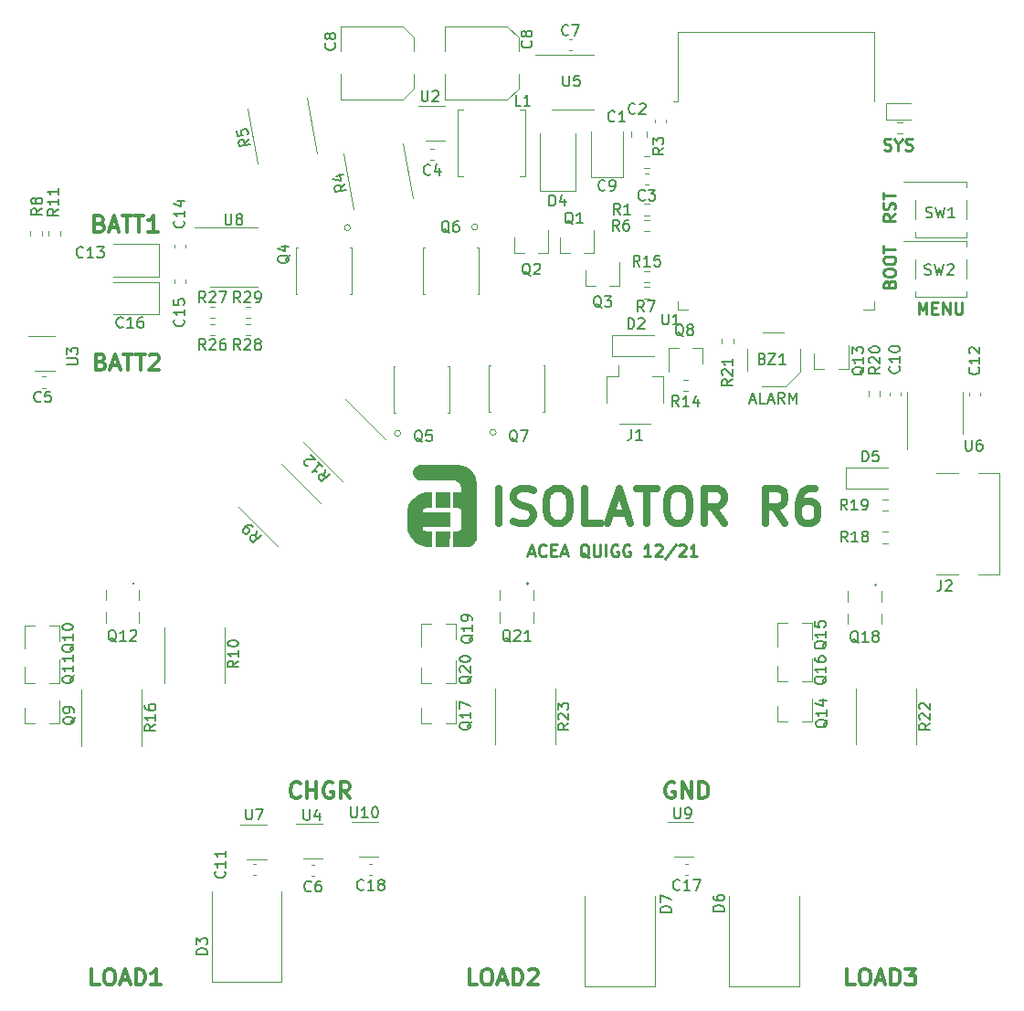
<source format=gbr>
G04 #@! TF.GenerationSoftware,KiCad,Pcbnew,(6.0.0-rc1-314-g10be483430)*
G04 #@! TF.CreationDate,2021-12-09T18:26:49+11:00*
G04 #@! TF.ProjectId,esp32_battery_isolator,65737033-325f-4626-9174-746572795f69,G*
G04 #@! TF.SameCoordinates,Original*
G04 #@! TF.FileFunction,Legend,Top*
G04 #@! TF.FilePolarity,Positive*
%FSLAX46Y46*%
G04 Gerber Fmt 4.6, Leading zero omitted, Abs format (unit mm)*
G04 Created by KiCad (PCBNEW (6.0.0-rc1-314-g10be483430)) date 2021-12-09 18:26:49*
%MOMM*%
%LPD*%
G01*
G04 APERTURE LIST*
%ADD10C,0.700000*%
%ADD11C,0.300000*%
%ADD12C,0.220000*%
%ADD13C,0.150000*%
%ADD14C,0.250000*%
%ADD15C,0.120000*%
%ADD16C,0.010000*%
G04 APERTURE END LIST*
D10*
X152245238Y-90797619D02*
X152245238Y-87597619D01*
X153616666Y-90645238D02*
X154073809Y-90797619D01*
X154835714Y-90797619D01*
X155140476Y-90645238D01*
X155292857Y-90492857D01*
X155445238Y-90188095D01*
X155445238Y-89883333D01*
X155292857Y-89578571D01*
X155140476Y-89426190D01*
X154835714Y-89273809D01*
X154226190Y-89121428D01*
X153921428Y-88969047D01*
X153769047Y-88816666D01*
X153616666Y-88511904D01*
X153616666Y-88207142D01*
X153769047Y-87902380D01*
X153921428Y-87750000D01*
X154226190Y-87597619D01*
X154988095Y-87597619D01*
X155445238Y-87750000D01*
X157426190Y-87597619D02*
X158035714Y-87597619D01*
X158340476Y-87750000D01*
X158645238Y-88054761D01*
X158797619Y-88664285D01*
X158797619Y-89730952D01*
X158645238Y-90340476D01*
X158340476Y-90645238D01*
X158035714Y-90797619D01*
X157426190Y-90797619D01*
X157121428Y-90645238D01*
X156816666Y-90340476D01*
X156664285Y-89730952D01*
X156664285Y-88664285D01*
X156816666Y-88054761D01*
X157121428Y-87750000D01*
X157426190Y-87597619D01*
X161692857Y-90797619D02*
X160169047Y-90797619D01*
X160169047Y-87597619D01*
X162607142Y-89883333D02*
X164130952Y-89883333D01*
X162302380Y-90797619D02*
X163369047Y-87597619D01*
X164435714Y-90797619D01*
X165045238Y-87597619D02*
X166873809Y-87597619D01*
X165959523Y-90797619D02*
X165959523Y-87597619D01*
X168550000Y-87597619D02*
X169159523Y-87597619D01*
X169464285Y-87750000D01*
X169769047Y-88054761D01*
X169921428Y-88664285D01*
X169921428Y-89730952D01*
X169769047Y-90340476D01*
X169464285Y-90645238D01*
X169159523Y-90797619D01*
X168550000Y-90797619D01*
X168245238Y-90645238D01*
X167940476Y-90340476D01*
X167788095Y-89730952D01*
X167788095Y-88664285D01*
X167940476Y-88054761D01*
X168245238Y-87750000D01*
X168550000Y-87597619D01*
X173121428Y-90797619D02*
X172054761Y-89273809D01*
X171292857Y-90797619D02*
X171292857Y-87597619D01*
X172511904Y-87597619D01*
X172816666Y-87750000D01*
X172969047Y-87902380D01*
X173121428Y-88207142D01*
X173121428Y-88664285D01*
X172969047Y-88969047D01*
X172816666Y-89121428D01*
X172511904Y-89273809D01*
X171292857Y-89273809D01*
X178759523Y-90797619D02*
X177692857Y-89273809D01*
X176930952Y-90797619D02*
X176930952Y-87597619D01*
X178150000Y-87597619D01*
X178454761Y-87750000D01*
X178607142Y-87902380D01*
X178759523Y-88207142D01*
X178759523Y-88664285D01*
X178607142Y-88969047D01*
X178454761Y-89121428D01*
X178150000Y-89273809D01*
X176930952Y-89273809D01*
X181502380Y-87597619D02*
X180892857Y-87597619D01*
X180588095Y-87750000D01*
X180435714Y-87902380D01*
X180130952Y-88359523D01*
X179978571Y-88969047D01*
X179978571Y-90188095D01*
X180130952Y-90492857D01*
X180283333Y-90645238D01*
X180588095Y-90797619D01*
X181197619Y-90797619D01*
X181502380Y-90645238D01*
X181654761Y-90492857D01*
X181807142Y-90188095D01*
X181807142Y-89426190D01*
X181654761Y-89121428D01*
X181502380Y-88969047D01*
X181197619Y-88816666D01*
X180588095Y-88816666D01*
X180283333Y-88969047D01*
X180130952Y-89121428D01*
X179978571Y-89426190D01*
D11*
X115357142Y-75842857D02*
X115571428Y-75914285D01*
X115642857Y-75985714D01*
X115714285Y-76128571D01*
X115714285Y-76342857D01*
X115642857Y-76485714D01*
X115571428Y-76557142D01*
X115428571Y-76628571D01*
X114857142Y-76628571D01*
X114857142Y-75128571D01*
X115357142Y-75128571D01*
X115500000Y-75200000D01*
X115571428Y-75271428D01*
X115642857Y-75414285D01*
X115642857Y-75557142D01*
X115571428Y-75700000D01*
X115500000Y-75771428D01*
X115357142Y-75842857D01*
X114857142Y-75842857D01*
X116285714Y-76200000D02*
X117000000Y-76200000D01*
X116142857Y-76628571D02*
X116642857Y-75128571D01*
X117142857Y-76628571D01*
X117428571Y-75128571D02*
X118285714Y-75128571D01*
X117857142Y-76628571D02*
X117857142Y-75128571D01*
X118571428Y-75128571D02*
X119428571Y-75128571D01*
X119000000Y-76628571D02*
X119000000Y-75128571D01*
X119857142Y-75271428D02*
X119928571Y-75200000D01*
X120071428Y-75128571D01*
X120428571Y-75128571D01*
X120571428Y-75200000D01*
X120642857Y-75271428D01*
X120714285Y-75414285D01*
X120714285Y-75557142D01*
X120642857Y-75771428D01*
X119785714Y-76628571D01*
X120714285Y-76628571D01*
D12*
X188947619Y-62152380D02*
X188423809Y-62519047D01*
X188947619Y-62780952D02*
X187847619Y-62780952D01*
X187847619Y-62361904D01*
X187900000Y-62257142D01*
X187952380Y-62204761D01*
X188057142Y-62152380D01*
X188214285Y-62152380D01*
X188319047Y-62204761D01*
X188371428Y-62257142D01*
X188423809Y-62361904D01*
X188423809Y-62780952D01*
X188895238Y-61733333D02*
X188947619Y-61576190D01*
X188947619Y-61314285D01*
X188895238Y-61209523D01*
X188842857Y-61157142D01*
X188738095Y-61104761D01*
X188633333Y-61104761D01*
X188528571Y-61157142D01*
X188476190Y-61209523D01*
X188423809Y-61314285D01*
X188371428Y-61523809D01*
X188319047Y-61628571D01*
X188266666Y-61680952D01*
X188161904Y-61733333D01*
X188057142Y-61733333D01*
X187952380Y-61680952D01*
X187900000Y-61628571D01*
X187847619Y-61523809D01*
X187847619Y-61261904D01*
X187900000Y-61104761D01*
X187847619Y-60790476D02*
X187847619Y-60161904D01*
X188947619Y-60476190D02*
X187847619Y-60476190D01*
D11*
X168507142Y-114900000D02*
X168364285Y-114828571D01*
X168150000Y-114828571D01*
X167935714Y-114900000D01*
X167792857Y-115042857D01*
X167721428Y-115185714D01*
X167650000Y-115471428D01*
X167650000Y-115685714D01*
X167721428Y-115971428D01*
X167792857Y-116114285D01*
X167935714Y-116257142D01*
X168150000Y-116328571D01*
X168292857Y-116328571D01*
X168507142Y-116257142D01*
X168578571Y-116185714D01*
X168578571Y-115685714D01*
X168292857Y-115685714D01*
X169221428Y-116328571D02*
X169221428Y-114828571D01*
X170078571Y-116328571D01*
X170078571Y-114828571D01*
X170792857Y-116328571D02*
X170792857Y-114828571D01*
X171150000Y-114828571D01*
X171364285Y-114900000D01*
X171507142Y-115042857D01*
X171578571Y-115185714D01*
X171650000Y-115471428D01*
X171650000Y-115685714D01*
X171578571Y-115971428D01*
X171507142Y-116114285D01*
X171364285Y-116257142D01*
X171150000Y-116328571D01*
X170792857Y-116328571D01*
D13*
X175557142Y-79416666D02*
X176033333Y-79416666D01*
X175461904Y-79702380D02*
X175795238Y-78702380D01*
X176128571Y-79702380D01*
X176938095Y-79702380D02*
X176461904Y-79702380D01*
X176461904Y-78702380D01*
X177223809Y-79416666D02*
X177700000Y-79416666D01*
X177128571Y-79702380D02*
X177461904Y-78702380D01*
X177795238Y-79702380D01*
X178700000Y-79702380D02*
X178366666Y-79226190D01*
X178128571Y-79702380D02*
X178128571Y-78702380D01*
X178509523Y-78702380D01*
X178604761Y-78750000D01*
X178652380Y-78797619D01*
X178700000Y-78892857D01*
X178700000Y-79035714D01*
X178652380Y-79130952D01*
X178604761Y-79178571D01*
X178509523Y-79226190D01*
X178128571Y-79226190D01*
X179128571Y-79702380D02*
X179128571Y-78702380D01*
X179461904Y-79416666D01*
X179795238Y-78702380D01*
X179795238Y-79702380D01*
D12*
X191133333Y-71447619D02*
X191133333Y-70347619D01*
X191500000Y-71133333D01*
X191866666Y-70347619D01*
X191866666Y-71447619D01*
X192390476Y-70871428D02*
X192757142Y-70871428D01*
X192914285Y-71447619D02*
X192390476Y-71447619D01*
X192390476Y-70347619D01*
X192914285Y-70347619D01*
X193385714Y-71447619D02*
X193385714Y-70347619D01*
X194014285Y-71447619D01*
X194014285Y-70347619D01*
X194538095Y-70347619D02*
X194538095Y-71238095D01*
X194590476Y-71342857D01*
X194642857Y-71395238D01*
X194747619Y-71447619D01*
X194957142Y-71447619D01*
X195061904Y-71395238D01*
X195114285Y-71342857D01*
X195166666Y-71238095D01*
X195166666Y-70347619D01*
D14*
X154995238Y-93583333D02*
X155519047Y-93583333D01*
X154890476Y-93897619D02*
X155257142Y-92797619D01*
X155623809Y-93897619D01*
X156619047Y-93792857D02*
X156566666Y-93845238D01*
X156409523Y-93897619D01*
X156304761Y-93897619D01*
X156147619Y-93845238D01*
X156042857Y-93740476D01*
X155990476Y-93635714D01*
X155938095Y-93426190D01*
X155938095Y-93269047D01*
X155990476Y-93059523D01*
X156042857Y-92954761D01*
X156147619Y-92850000D01*
X156304761Y-92797619D01*
X156409523Y-92797619D01*
X156566666Y-92850000D01*
X156619047Y-92902380D01*
X157090476Y-93321428D02*
X157457142Y-93321428D01*
X157614285Y-93897619D02*
X157090476Y-93897619D01*
X157090476Y-92797619D01*
X157614285Y-92797619D01*
X158033333Y-93583333D02*
X158557142Y-93583333D01*
X157928571Y-93897619D02*
X158295238Y-92797619D01*
X158661904Y-93897619D01*
X160600000Y-94002380D02*
X160495238Y-93950000D01*
X160390476Y-93845238D01*
X160233333Y-93688095D01*
X160128571Y-93635714D01*
X160023809Y-93635714D01*
X160076190Y-93897619D02*
X159971428Y-93845238D01*
X159866666Y-93740476D01*
X159814285Y-93530952D01*
X159814285Y-93164285D01*
X159866666Y-92954761D01*
X159971428Y-92850000D01*
X160076190Y-92797619D01*
X160285714Y-92797619D01*
X160390476Y-92850000D01*
X160495238Y-92954761D01*
X160547619Y-93164285D01*
X160547619Y-93530952D01*
X160495238Y-93740476D01*
X160390476Y-93845238D01*
X160285714Y-93897619D01*
X160076190Y-93897619D01*
X161019047Y-92797619D02*
X161019047Y-93688095D01*
X161071428Y-93792857D01*
X161123809Y-93845238D01*
X161228571Y-93897619D01*
X161438095Y-93897619D01*
X161542857Y-93845238D01*
X161595238Y-93792857D01*
X161647619Y-93688095D01*
X161647619Y-92797619D01*
X162171428Y-93897619D02*
X162171428Y-92797619D01*
X163271428Y-92850000D02*
X163166666Y-92797619D01*
X163009523Y-92797619D01*
X162852380Y-92850000D01*
X162747619Y-92954761D01*
X162695238Y-93059523D01*
X162642857Y-93269047D01*
X162642857Y-93426190D01*
X162695238Y-93635714D01*
X162747619Y-93740476D01*
X162852380Y-93845238D01*
X163009523Y-93897619D01*
X163114285Y-93897619D01*
X163271428Y-93845238D01*
X163323809Y-93792857D01*
X163323809Y-93426190D01*
X163114285Y-93426190D01*
X164371428Y-92850000D02*
X164266666Y-92797619D01*
X164109523Y-92797619D01*
X163952380Y-92850000D01*
X163847619Y-92954761D01*
X163795238Y-93059523D01*
X163742857Y-93269047D01*
X163742857Y-93426190D01*
X163795238Y-93635714D01*
X163847619Y-93740476D01*
X163952380Y-93845238D01*
X164109523Y-93897619D01*
X164214285Y-93897619D01*
X164371428Y-93845238D01*
X164423809Y-93792857D01*
X164423809Y-93426190D01*
X164214285Y-93426190D01*
X166309523Y-93897619D02*
X165680952Y-93897619D01*
X165995238Y-93897619D02*
X165995238Y-92797619D01*
X165890476Y-92954761D01*
X165785714Y-93059523D01*
X165680952Y-93111904D01*
X166728571Y-92902380D02*
X166780952Y-92850000D01*
X166885714Y-92797619D01*
X167147619Y-92797619D01*
X167252380Y-92850000D01*
X167304761Y-92902380D01*
X167357142Y-93007142D01*
X167357142Y-93111904D01*
X167304761Y-93269047D01*
X166676190Y-93897619D01*
X167357142Y-93897619D01*
X168614285Y-92745238D02*
X167671428Y-94159523D01*
X168928571Y-92902380D02*
X168980952Y-92850000D01*
X169085714Y-92797619D01*
X169347619Y-92797619D01*
X169452380Y-92850000D01*
X169504761Y-92902380D01*
X169557142Y-93007142D01*
X169557142Y-93111904D01*
X169504761Y-93269047D01*
X168876190Y-93897619D01*
X169557142Y-93897619D01*
X170604761Y-93897619D02*
X169976190Y-93897619D01*
X170290476Y-93897619D02*
X170290476Y-92797619D01*
X170185714Y-92954761D01*
X170080952Y-93059523D01*
X169976190Y-93111904D01*
D11*
X185221428Y-133628571D02*
X184507142Y-133628571D01*
X184507142Y-132128571D01*
X186007142Y-132128571D02*
X186292857Y-132128571D01*
X186435714Y-132200000D01*
X186578571Y-132342857D01*
X186650000Y-132628571D01*
X186650000Y-133128571D01*
X186578571Y-133414285D01*
X186435714Y-133557142D01*
X186292857Y-133628571D01*
X186007142Y-133628571D01*
X185864285Y-133557142D01*
X185721428Y-133414285D01*
X185650000Y-133128571D01*
X185650000Y-132628571D01*
X185721428Y-132342857D01*
X185864285Y-132200000D01*
X186007142Y-132128571D01*
X187221428Y-133200000D02*
X187935714Y-133200000D01*
X187078571Y-133628571D02*
X187578571Y-132128571D01*
X188078571Y-133628571D01*
X188578571Y-133628571D02*
X188578571Y-132128571D01*
X188935714Y-132128571D01*
X189150000Y-132200000D01*
X189292857Y-132342857D01*
X189364285Y-132485714D01*
X189435714Y-132771428D01*
X189435714Y-132985714D01*
X189364285Y-133271428D01*
X189292857Y-133414285D01*
X189150000Y-133557142D01*
X188935714Y-133628571D01*
X188578571Y-133628571D01*
X189935714Y-132128571D02*
X190864285Y-132128571D01*
X190364285Y-132700000D01*
X190578571Y-132700000D01*
X190721428Y-132771428D01*
X190792857Y-132842857D01*
X190864285Y-132985714D01*
X190864285Y-133342857D01*
X190792857Y-133485714D01*
X190721428Y-133557142D01*
X190578571Y-133628571D01*
X190150000Y-133628571D01*
X190007142Y-133557142D01*
X189935714Y-133485714D01*
D12*
X187940476Y-56195238D02*
X188097619Y-56247619D01*
X188359523Y-56247619D01*
X188464285Y-56195238D01*
X188516666Y-56142857D01*
X188569047Y-56038095D01*
X188569047Y-55933333D01*
X188516666Y-55828571D01*
X188464285Y-55776190D01*
X188359523Y-55723809D01*
X188150000Y-55671428D01*
X188045238Y-55619047D01*
X187992857Y-55566666D01*
X187940476Y-55461904D01*
X187940476Y-55357142D01*
X187992857Y-55252380D01*
X188045238Y-55200000D01*
X188150000Y-55147619D01*
X188411904Y-55147619D01*
X188569047Y-55200000D01*
X189250000Y-55723809D02*
X189250000Y-56247619D01*
X188883333Y-55147619D02*
X189250000Y-55723809D01*
X189616666Y-55147619D01*
X189930952Y-56195238D02*
X190088095Y-56247619D01*
X190350000Y-56247619D01*
X190454761Y-56195238D01*
X190507142Y-56142857D01*
X190559523Y-56038095D01*
X190559523Y-55933333D01*
X190507142Y-55828571D01*
X190454761Y-55776190D01*
X190350000Y-55723809D01*
X190140476Y-55671428D01*
X190035714Y-55619047D01*
X189983333Y-55566666D01*
X189930952Y-55461904D01*
X189930952Y-55357142D01*
X189983333Y-55252380D01*
X190035714Y-55200000D01*
X190140476Y-55147619D01*
X190402380Y-55147619D01*
X190559523Y-55200000D01*
D11*
X115221428Y-133628571D02*
X114507142Y-133628571D01*
X114507142Y-132128571D01*
X116007142Y-132128571D02*
X116292857Y-132128571D01*
X116435714Y-132200000D01*
X116578571Y-132342857D01*
X116650000Y-132628571D01*
X116650000Y-133128571D01*
X116578571Y-133414285D01*
X116435714Y-133557142D01*
X116292857Y-133628571D01*
X116007142Y-133628571D01*
X115864285Y-133557142D01*
X115721428Y-133414285D01*
X115650000Y-133128571D01*
X115650000Y-132628571D01*
X115721428Y-132342857D01*
X115864285Y-132200000D01*
X116007142Y-132128571D01*
X117221428Y-133200000D02*
X117935714Y-133200000D01*
X117078571Y-133628571D02*
X117578571Y-132128571D01*
X118078571Y-133628571D01*
X118578571Y-133628571D02*
X118578571Y-132128571D01*
X118935714Y-132128571D01*
X119150000Y-132200000D01*
X119292857Y-132342857D01*
X119364285Y-132485714D01*
X119435714Y-132771428D01*
X119435714Y-132985714D01*
X119364285Y-133271428D01*
X119292857Y-133414285D01*
X119150000Y-133557142D01*
X118935714Y-133628571D01*
X118578571Y-133628571D01*
X120864285Y-133628571D02*
X120007142Y-133628571D01*
X120435714Y-133628571D02*
X120435714Y-132128571D01*
X120292857Y-132342857D01*
X120150000Y-132485714D01*
X120007142Y-132557142D01*
X150221428Y-133628571D02*
X149507142Y-133628571D01*
X149507142Y-132128571D01*
X151007142Y-132128571D02*
X151292857Y-132128571D01*
X151435714Y-132200000D01*
X151578571Y-132342857D01*
X151650000Y-132628571D01*
X151650000Y-133128571D01*
X151578571Y-133414285D01*
X151435714Y-133557142D01*
X151292857Y-133628571D01*
X151007142Y-133628571D01*
X150864285Y-133557142D01*
X150721428Y-133414285D01*
X150650000Y-133128571D01*
X150650000Y-132628571D01*
X150721428Y-132342857D01*
X150864285Y-132200000D01*
X151007142Y-132128571D01*
X152221428Y-133200000D02*
X152935714Y-133200000D01*
X152078571Y-133628571D02*
X152578571Y-132128571D01*
X153078571Y-133628571D01*
X153578571Y-133628571D02*
X153578571Y-132128571D01*
X153935714Y-132128571D01*
X154150000Y-132200000D01*
X154292857Y-132342857D01*
X154364285Y-132485714D01*
X154435714Y-132771428D01*
X154435714Y-132985714D01*
X154364285Y-133271428D01*
X154292857Y-133414285D01*
X154150000Y-133557142D01*
X153935714Y-133628571D01*
X153578571Y-133628571D01*
X155007142Y-132271428D02*
X155078571Y-132200000D01*
X155221428Y-132128571D01*
X155578571Y-132128571D01*
X155721428Y-132200000D01*
X155792857Y-132271428D01*
X155864285Y-132414285D01*
X155864285Y-132557142D01*
X155792857Y-132771428D01*
X154935714Y-133628571D01*
X155864285Y-133628571D01*
X115257142Y-63042857D02*
X115471428Y-63114285D01*
X115542857Y-63185714D01*
X115614285Y-63328571D01*
X115614285Y-63542857D01*
X115542857Y-63685714D01*
X115471428Y-63757142D01*
X115328571Y-63828571D01*
X114757142Y-63828571D01*
X114757142Y-62328571D01*
X115257142Y-62328571D01*
X115400000Y-62400000D01*
X115471428Y-62471428D01*
X115542857Y-62614285D01*
X115542857Y-62757142D01*
X115471428Y-62900000D01*
X115400000Y-62971428D01*
X115257142Y-63042857D01*
X114757142Y-63042857D01*
X116185714Y-63400000D02*
X116900000Y-63400000D01*
X116042857Y-63828571D02*
X116542857Y-62328571D01*
X117042857Y-63828571D01*
X117328571Y-62328571D02*
X118185714Y-62328571D01*
X117757142Y-63828571D02*
X117757142Y-62328571D01*
X118471428Y-62328571D02*
X119328571Y-62328571D01*
X118900000Y-63828571D02*
X118900000Y-62328571D01*
X120614285Y-63828571D02*
X119757142Y-63828571D01*
X120185714Y-63828571D02*
X120185714Y-62328571D01*
X120042857Y-62542857D01*
X119900000Y-62685714D01*
X119757142Y-62757142D01*
D12*
X188421428Y-68642857D02*
X188473809Y-68485714D01*
X188526190Y-68433333D01*
X188630952Y-68380952D01*
X188788095Y-68380952D01*
X188892857Y-68433333D01*
X188945238Y-68485714D01*
X188997619Y-68590476D01*
X188997619Y-69009523D01*
X187897619Y-69009523D01*
X187897619Y-68642857D01*
X187950000Y-68538095D01*
X188002380Y-68485714D01*
X188107142Y-68433333D01*
X188211904Y-68433333D01*
X188316666Y-68485714D01*
X188369047Y-68538095D01*
X188421428Y-68642857D01*
X188421428Y-69009523D01*
X187897619Y-67700000D02*
X187897619Y-67490476D01*
X187950000Y-67385714D01*
X188054761Y-67280952D01*
X188264285Y-67228571D01*
X188630952Y-67228571D01*
X188840476Y-67280952D01*
X188945238Y-67385714D01*
X188997619Y-67490476D01*
X188997619Y-67700000D01*
X188945238Y-67804761D01*
X188840476Y-67909523D01*
X188630952Y-67961904D01*
X188264285Y-67961904D01*
X188054761Y-67909523D01*
X187950000Y-67804761D01*
X187897619Y-67700000D01*
X187897619Y-66547619D02*
X187897619Y-66338095D01*
X187950000Y-66233333D01*
X188054761Y-66128571D01*
X188264285Y-66076190D01*
X188630952Y-66076190D01*
X188840476Y-66128571D01*
X188945238Y-66233333D01*
X188997619Y-66338095D01*
X188997619Y-66547619D01*
X188945238Y-66652380D01*
X188840476Y-66757142D01*
X188630952Y-66809523D01*
X188264285Y-66809523D01*
X188054761Y-66757142D01*
X187950000Y-66652380D01*
X187897619Y-66547619D01*
X187897619Y-65761904D02*
X187897619Y-65133333D01*
X188997619Y-65447619D02*
X187897619Y-65447619D01*
D11*
X133828571Y-116185714D02*
X133757142Y-116257142D01*
X133542857Y-116328571D01*
X133400000Y-116328571D01*
X133185714Y-116257142D01*
X133042857Y-116114285D01*
X132971428Y-115971428D01*
X132900000Y-115685714D01*
X132900000Y-115471428D01*
X132971428Y-115185714D01*
X133042857Y-115042857D01*
X133185714Y-114900000D01*
X133400000Y-114828571D01*
X133542857Y-114828571D01*
X133757142Y-114900000D01*
X133828571Y-114971428D01*
X134471428Y-116328571D02*
X134471428Y-114828571D01*
X134471428Y-115542857D02*
X135328571Y-115542857D01*
X135328571Y-116328571D02*
X135328571Y-114828571D01*
X136828571Y-114900000D02*
X136685714Y-114828571D01*
X136471428Y-114828571D01*
X136257142Y-114900000D01*
X136114285Y-115042857D01*
X136042857Y-115185714D01*
X135971428Y-115471428D01*
X135971428Y-115685714D01*
X136042857Y-115971428D01*
X136114285Y-116114285D01*
X136257142Y-116257142D01*
X136471428Y-116328571D01*
X136614285Y-116328571D01*
X136828571Y-116257142D01*
X136900000Y-116185714D01*
X136900000Y-115685714D01*
X136614285Y-115685714D01*
X138400000Y-116328571D02*
X137900000Y-115614285D01*
X137542857Y-116328571D02*
X137542857Y-114828571D01*
X138114285Y-114828571D01*
X138257142Y-114900000D01*
X138328571Y-114971428D01*
X138400000Y-115114285D01*
X138400000Y-115328571D01*
X138328571Y-115471428D01*
X138257142Y-115542857D01*
X138114285Y-115614285D01*
X137542857Y-115614285D01*
D13*
X191816666Y-62454761D02*
X191959523Y-62502380D01*
X192197619Y-62502380D01*
X192292857Y-62454761D01*
X192340476Y-62407142D01*
X192388095Y-62311904D01*
X192388095Y-62216666D01*
X192340476Y-62121428D01*
X192292857Y-62073809D01*
X192197619Y-62026190D01*
X192007142Y-61978571D01*
X191911904Y-61930952D01*
X191864285Y-61883333D01*
X191816666Y-61788095D01*
X191816666Y-61692857D01*
X191864285Y-61597619D01*
X191911904Y-61550000D01*
X192007142Y-61502380D01*
X192245238Y-61502380D01*
X192388095Y-61550000D01*
X192721428Y-61502380D02*
X192959523Y-62502380D01*
X193150000Y-61788095D01*
X193340476Y-62502380D01*
X193578571Y-61502380D01*
X194483333Y-62502380D02*
X193911904Y-62502380D01*
X194197619Y-62502380D02*
X194197619Y-61502380D01*
X194102380Y-61645238D01*
X194007142Y-61740476D01*
X193911904Y-61788095D01*
X162083333Y-59907142D02*
X162035714Y-59954761D01*
X161892857Y-60002380D01*
X161797619Y-60002380D01*
X161654761Y-59954761D01*
X161559523Y-59859523D01*
X161511904Y-59764285D01*
X161464285Y-59573809D01*
X161464285Y-59430952D01*
X161511904Y-59240476D01*
X161559523Y-59145238D01*
X161654761Y-59050000D01*
X161797619Y-59002380D01*
X161892857Y-59002380D01*
X162035714Y-59050000D01*
X162083333Y-59097619D01*
X162559523Y-60002380D02*
X162750000Y-60002380D01*
X162845238Y-59954761D01*
X162892857Y-59907142D01*
X162988095Y-59764285D01*
X163035714Y-59573809D01*
X163035714Y-59192857D01*
X162988095Y-59097619D01*
X162940476Y-59050000D01*
X162845238Y-59002380D01*
X162654761Y-59002380D01*
X162559523Y-59050000D01*
X162511904Y-59097619D01*
X162464285Y-59192857D01*
X162464285Y-59430952D01*
X162511904Y-59526190D01*
X162559523Y-59573809D01*
X162654761Y-59621428D01*
X162845238Y-59621428D01*
X162940476Y-59573809D01*
X162988095Y-59526190D01*
X163035714Y-59430952D01*
X161754761Y-70847619D02*
X161659523Y-70800000D01*
X161564285Y-70704761D01*
X161421428Y-70561904D01*
X161326190Y-70514285D01*
X161230952Y-70514285D01*
X161278571Y-70752380D02*
X161183333Y-70704761D01*
X161088095Y-70609523D01*
X161040476Y-70419047D01*
X161040476Y-70085714D01*
X161088095Y-69895238D01*
X161183333Y-69800000D01*
X161278571Y-69752380D01*
X161469047Y-69752380D01*
X161564285Y-69800000D01*
X161659523Y-69895238D01*
X161707142Y-70085714D01*
X161707142Y-70419047D01*
X161659523Y-70609523D01*
X161564285Y-70704761D01*
X161469047Y-70752380D01*
X161278571Y-70752380D01*
X162040476Y-69752380D02*
X162659523Y-69752380D01*
X162326190Y-70133333D01*
X162469047Y-70133333D01*
X162564285Y-70180952D01*
X162611904Y-70228571D01*
X162659523Y-70323809D01*
X162659523Y-70561904D01*
X162611904Y-70657142D01*
X162564285Y-70704761D01*
X162469047Y-70752380D01*
X162183333Y-70752380D01*
X162088095Y-70704761D01*
X162040476Y-70657142D01*
X185578571Y-101922619D02*
X185483333Y-101875000D01*
X185388095Y-101779761D01*
X185245238Y-101636904D01*
X185150000Y-101589285D01*
X185054761Y-101589285D01*
X185102380Y-101827380D02*
X185007142Y-101779761D01*
X184911904Y-101684523D01*
X184864285Y-101494047D01*
X184864285Y-101160714D01*
X184911904Y-100970238D01*
X185007142Y-100875000D01*
X185102380Y-100827380D01*
X185292857Y-100827380D01*
X185388095Y-100875000D01*
X185483333Y-100970238D01*
X185530952Y-101160714D01*
X185530952Y-101494047D01*
X185483333Y-101684523D01*
X185388095Y-101779761D01*
X185292857Y-101827380D01*
X185102380Y-101827380D01*
X186483333Y-101827380D02*
X185911904Y-101827380D01*
X186197619Y-101827380D02*
X186197619Y-100827380D01*
X186102380Y-100970238D01*
X186007142Y-101065476D01*
X185911904Y-101113095D01*
X187054761Y-101255952D02*
X186959523Y-101208333D01*
X186911904Y-101160714D01*
X186864285Y-101065476D01*
X186864285Y-101017857D01*
X186911904Y-100922619D01*
X186959523Y-100875000D01*
X187054761Y-100827380D01*
X187245238Y-100827380D01*
X187340476Y-100875000D01*
X187388095Y-100922619D01*
X187435714Y-101017857D01*
X187435714Y-101065476D01*
X187388095Y-101160714D01*
X187340476Y-101208333D01*
X187245238Y-101255952D01*
X187054761Y-101255952D01*
X186959523Y-101303571D01*
X186911904Y-101351190D01*
X186864285Y-101446428D01*
X186864285Y-101636904D01*
X186911904Y-101732142D01*
X186959523Y-101779761D01*
X187054761Y-101827380D01*
X187245238Y-101827380D01*
X187340476Y-101779761D01*
X187388095Y-101732142D01*
X187435714Y-101636904D01*
X187435714Y-101446428D01*
X187388095Y-101351190D01*
X187340476Y-101303571D01*
X187245238Y-101255952D01*
X126888095Y-62152380D02*
X126888095Y-62961904D01*
X126935714Y-63057142D01*
X126983333Y-63104761D01*
X127078571Y-63152380D01*
X127269047Y-63152380D01*
X127364285Y-63104761D01*
X127411904Y-63057142D01*
X127459523Y-62961904D01*
X127459523Y-62152380D01*
X128078571Y-62580952D02*
X127983333Y-62533333D01*
X127935714Y-62485714D01*
X127888095Y-62390476D01*
X127888095Y-62342857D01*
X127935714Y-62247619D01*
X127983333Y-62200000D01*
X128078571Y-62152380D01*
X128269047Y-62152380D01*
X128364285Y-62200000D01*
X128411904Y-62247619D01*
X128459523Y-62342857D01*
X128459523Y-62390476D01*
X128411904Y-62485714D01*
X128364285Y-62533333D01*
X128269047Y-62580952D01*
X128078571Y-62580952D01*
X127983333Y-62628571D01*
X127935714Y-62676190D01*
X127888095Y-62771428D01*
X127888095Y-62961904D01*
X127935714Y-63057142D01*
X127983333Y-63104761D01*
X128078571Y-63152380D01*
X128269047Y-63152380D01*
X128364285Y-63104761D01*
X128411904Y-63057142D01*
X128459523Y-62961904D01*
X128459523Y-62771428D01*
X128411904Y-62676190D01*
X128364285Y-62628571D01*
X128269047Y-62580952D01*
X167502380Y-56016666D02*
X167026190Y-56350000D01*
X167502380Y-56588095D02*
X166502380Y-56588095D01*
X166502380Y-56207142D01*
X166550000Y-56111904D01*
X166597619Y-56064285D01*
X166692857Y-56016666D01*
X166835714Y-56016666D01*
X166930952Y-56064285D01*
X166978571Y-56111904D01*
X167026190Y-56207142D01*
X167026190Y-56588095D01*
X166502380Y-55683333D02*
X166502380Y-55064285D01*
X166883333Y-55397619D01*
X166883333Y-55254761D01*
X166930952Y-55159523D01*
X166978571Y-55111904D01*
X167073809Y-55064285D01*
X167311904Y-55064285D01*
X167407142Y-55111904D01*
X167454761Y-55159523D01*
X167502380Y-55254761D01*
X167502380Y-55540476D01*
X167454761Y-55635714D01*
X167407142Y-55683333D01*
X153954761Y-83297619D02*
X153859523Y-83250000D01*
X153764285Y-83154761D01*
X153621428Y-83011904D01*
X153526190Y-82964285D01*
X153430952Y-82964285D01*
X153478571Y-83202380D02*
X153383333Y-83154761D01*
X153288095Y-83059523D01*
X153240476Y-82869047D01*
X153240476Y-82535714D01*
X153288095Y-82345238D01*
X153383333Y-82250000D01*
X153478571Y-82202380D01*
X153669047Y-82202380D01*
X153764285Y-82250000D01*
X153859523Y-82345238D01*
X153907142Y-82535714D01*
X153907142Y-82869047D01*
X153859523Y-83059523D01*
X153764285Y-83154761D01*
X153669047Y-83202380D01*
X153478571Y-83202380D01*
X154240476Y-82202380D02*
X154907142Y-82202380D01*
X154478571Y-83202380D01*
X168202380Y-126888095D02*
X167202380Y-126888095D01*
X167202380Y-126650000D01*
X167250000Y-126507142D01*
X167345238Y-126411904D01*
X167440476Y-126364285D01*
X167630952Y-126316666D01*
X167773809Y-126316666D01*
X167964285Y-126364285D01*
X168059523Y-126411904D01*
X168154761Y-126507142D01*
X168202380Y-126650000D01*
X168202380Y-126888095D01*
X167202380Y-125983333D02*
X167202380Y-125316666D01*
X168202380Y-125745238D01*
X184557142Y-92552380D02*
X184223809Y-92076190D01*
X183985714Y-92552380D02*
X183985714Y-91552380D01*
X184366666Y-91552380D01*
X184461904Y-91600000D01*
X184509523Y-91647619D01*
X184557142Y-91742857D01*
X184557142Y-91885714D01*
X184509523Y-91980952D01*
X184461904Y-92028571D01*
X184366666Y-92076190D01*
X183985714Y-92076190D01*
X185509523Y-92552380D02*
X184938095Y-92552380D01*
X185223809Y-92552380D02*
X185223809Y-91552380D01*
X185128571Y-91695238D01*
X185033333Y-91790476D01*
X184938095Y-91838095D01*
X186080952Y-91980952D02*
X185985714Y-91933333D01*
X185938095Y-91885714D01*
X185890476Y-91790476D01*
X185890476Y-91742857D01*
X185938095Y-91647619D01*
X185985714Y-91600000D01*
X186080952Y-91552380D01*
X186271428Y-91552380D01*
X186366666Y-91600000D01*
X186414285Y-91647619D01*
X186461904Y-91742857D01*
X186461904Y-91790476D01*
X186414285Y-91885714D01*
X186366666Y-91933333D01*
X186271428Y-91980952D01*
X186080952Y-91980952D01*
X185985714Y-92028571D01*
X185938095Y-92076190D01*
X185890476Y-92171428D01*
X185890476Y-92361904D01*
X185938095Y-92457142D01*
X185985714Y-92504761D01*
X186080952Y-92552380D01*
X186271428Y-92552380D01*
X186366666Y-92504761D01*
X186414285Y-92457142D01*
X186461904Y-92361904D01*
X186461904Y-92171428D01*
X186414285Y-92076190D01*
X186366666Y-92028571D01*
X186271428Y-91980952D01*
X129079141Y-55160712D02*
X128668068Y-55571671D01*
X129178369Y-55723459D02*
X128193561Y-55897107D01*
X128127409Y-55521943D01*
X128157767Y-55419882D01*
X128196394Y-55364718D01*
X128281916Y-55301284D01*
X128422603Y-55276477D01*
X128524663Y-55306835D01*
X128579827Y-55345462D01*
X128643261Y-55430984D01*
X128709413Y-55806149D01*
X127937223Y-54443344D02*
X128019913Y-54912300D01*
X128497138Y-54876506D01*
X128441973Y-54837879D01*
X128378540Y-54752357D01*
X128337195Y-54517879D01*
X128367553Y-54415819D01*
X128406179Y-54360654D01*
X128491701Y-54297220D01*
X128726179Y-54255876D01*
X128828240Y-54286233D01*
X128883404Y-54324860D01*
X128946838Y-54410382D01*
X128988183Y-54644860D01*
X128957825Y-54746920D01*
X128919198Y-54802085D01*
X165683333Y-71202380D02*
X165350000Y-70726190D01*
X165111904Y-71202380D02*
X165111904Y-70202380D01*
X165492857Y-70202380D01*
X165588095Y-70250000D01*
X165635714Y-70297619D01*
X165683333Y-70392857D01*
X165683333Y-70535714D01*
X165635714Y-70630952D01*
X165588095Y-70678571D01*
X165492857Y-70726190D01*
X165111904Y-70726190D01*
X166016666Y-70202380D02*
X166683333Y-70202380D01*
X166254761Y-71202380D01*
X109783333Y-79507142D02*
X109735714Y-79554761D01*
X109592857Y-79602380D01*
X109497619Y-79602380D01*
X109354761Y-79554761D01*
X109259523Y-79459523D01*
X109211904Y-79364285D01*
X109164285Y-79173809D01*
X109164285Y-79030952D01*
X109211904Y-78840476D01*
X109259523Y-78745238D01*
X109354761Y-78650000D01*
X109497619Y-78602380D01*
X109592857Y-78602380D01*
X109735714Y-78650000D01*
X109783333Y-78697619D01*
X110688095Y-78602380D02*
X110211904Y-78602380D01*
X110164285Y-79078571D01*
X110211904Y-79030952D01*
X110307142Y-78983333D01*
X110545238Y-78983333D01*
X110640476Y-79030952D01*
X110688095Y-79078571D01*
X110735714Y-79173809D01*
X110735714Y-79411904D01*
X110688095Y-79507142D01*
X110640476Y-79554761D01*
X110545238Y-79602380D01*
X110307142Y-79602380D01*
X110211904Y-79554761D01*
X110164285Y-79507142D01*
X191716666Y-67754761D02*
X191859523Y-67802380D01*
X192097619Y-67802380D01*
X192192857Y-67754761D01*
X192240476Y-67707142D01*
X192288095Y-67611904D01*
X192288095Y-67516666D01*
X192240476Y-67421428D01*
X192192857Y-67373809D01*
X192097619Y-67326190D01*
X191907142Y-67278571D01*
X191811904Y-67230952D01*
X191764285Y-67183333D01*
X191716666Y-67088095D01*
X191716666Y-66992857D01*
X191764285Y-66897619D01*
X191811904Y-66850000D01*
X191907142Y-66802380D01*
X192145238Y-66802380D01*
X192288095Y-66850000D01*
X192621428Y-66802380D02*
X192859523Y-67802380D01*
X193050000Y-67088095D01*
X193240476Y-67802380D01*
X193478571Y-66802380D01*
X193811904Y-66897619D02*
X193859523Y-66850000D01*
X193954761Y-66802380D01*
X194192857Y-66802380D01*
X194288095Y-66850000D01*
X194335714Y-66897619D01*
X194383333Y-66992857D01*
X194383333Y-67088095D01*
X194335714Y-67230952D01*
X193764285Y-67802380D01*
X194383333Y-67802380D01*
X164516666Y-82102380D02*
X164516666Y-82816666D01*
X164469047Y-82959523D01*
X164373809Y-83054761D01*
X164230952Y-83102380D01*
X164135714Y-83102380D01*
X165516666Y-83102380D02*
X164945238Y-83102380D01*
X165230952Y-83102380D02*
X165230952Y-82102380D01*
X165135714Y-82245238D01*
X165040476Y-82340476D01*
X164945238Y-82388095D01*
X136128866Y-85830271D02*
X136027851Y-86402690D01*
X136532927Y-86234332D02*
X135825820Y-86941438D01*
X135556446Y-86672064D01*
X135522774Y-86571049D01*
X135522774Y-86503706D01*
X135556446Y-86402690D01*
X135657461Y-86301675D01*
X135758477Y-86268003D01*
X135825820Y-86268003D01*
X135926835Y-86301675D01*
X136196209Y-86571049D01*
X135455431Y-85156835D02*
X135859492Y-85560896D01*
X135657461Y-85358866D02*
X134950354Y-86065973D01*
X135118713Y-86032301D01*
X135253400Y-86032301D01*
X135354416Y-86065973D01*
X134546293Y-85527225D02*
X134478950Y-85527225D01*
X134377935Y-85493553D01*
X134209576Y-85325194D01*
X134175904Y-85224179D01*
X134175904Y-85156835D01*
X134209576Y-85055820D01*
X134276919Y-84988477D01*
X134411606Y-84921133D01*
X135219728Y-84921133D01*
X134781996Y-84483400D01*
X134843333Y-124897142D02*
X134795714Y-124944761D01*
X134652857Y-124992380D01*
X134557619Y-124992380D01*
X134414761Y-124944761D01*
X134319523Y-124849523D01*
X134271904Y-124754285D01*
X134224285Y-124563809D01*
X134224285Y-124420952D01*
X134271904Y-124230476D01*
X134319523Y-124135238D01*
X134414761Y-124040000D01*
X134557619Y-123992380D01*
X134652857Y-123992380D01*
X134795714Y-124040000D01*
X134843333Y-124087619D01*
X135700476Y-123992380D02*
X135510000Y-123992380D01*
X135414761Y-124040000D01*
X135367142Y-124087619D01*
X135271904Y-124230476D01*
X135224285Y-124420952D01*
X135224285Y-124801904D01*
X135271904Y-124897142D01*
X135319523Y-124944761D01*
X135414761Y-124992380D01*
X135605238Y-124992380D01*
X135700476Y-124944761D01*
X135748095Y-124897142D01*
X135795714Y-124801904D01*
X135795714Y-124563809D01*
X135748095Y-124468571D01*
X135700476Y-124420952D01*
X135605238Y-124373333D01*
X135414761Y-124373333D01*
X135319523Y-124420952D01*
X135271904Y-124468571D01*
X135224285Y-124563809D01*
X158683333Y-45507142D02*
X158635714Y-45554761D01*
X158492857Y-45602380D01*
X158397619Y-45602380D01*
X158254761Y-45554761D01*
X158159523Y-45459523D01*
X158111904Y-45364285D01*
X158064285Y-45173809D01*
X158064285Y-45030952D01*
X158111904Y-44840476D01*
X158159523Y-44745238D01*
X158254761Y-44650000D01*
X158397619Y-44602380D01*
X158492857Y-44602380D01*
X158635714Y-44650000D01*
X158683333Y-44697619D01*
X159016666Y-44602380D02*
X159683333Y-44602380D01*
X159254761Y-45602380D01*
X168488095Y-117202380D02*
X168488095Y-118011904D01*
X168535714Y-118107142D01*
X168583333Y-118154761D01*
X168678571Y-118202380D01*
X168869047Y-118202380D01*
X168964285Y-118154761D01*
X169011904Y-118107142D01*
X169059523Y-118011904D01*
X169059523Y-117202380D01*
X169583333Y-118202380D02*
X169773809Y-118202380D01*
X169869047Y-118154761D01*
X169916666Y-118107142D01*
X170011904Y-117964285D01*
X170059523Y-117773809D01*
X170059523Y-117392857D01*
X170011904Y-117297619D01*
X169964285Y-117250000D01*
X169869047Y-117202380D01*
X169678571Y-117202380D01*
X169583333Y-117250000D01*
X169535714Y-117297619D01*
X169488095Y-117392857D01*
X169488095Y-117630952D01*
X169535714Y-117726190D01*
X169583333Y-117773809D01*
X169678571Y-117821428D01*
X169869047Y-117821428D01*
X169964285Y-117773809D01*
X170011904Y-117726190D01*
X170059523Y-117630952D01*
X164211904Y-72802380D02*
X164211904Y-71802380D01*
X164450000Y-71802380D01*
X164592857Y-71850000D01*
X164688095Y-71945238D01*
X164735714Y-72040476D01*
X164783333Y-72230952D01*
X164783333Y-72373809D01*
X164735714Y-72564285D01*
X164688095Y-72659523D01*
X164592857Y-72754761D01*
X164450000Y-72802380D01*
X164211904Y-72802380D01*
X165164285Y-71897619D02*
X165211904Y-71850000D01*
X165307142Y-71802380D01*
X165545238Y-71802380D01*
X165640476Y-71850000D01*
X165688095Y-71897619D01*
X165735714Y-71992857D01*
X165735714Y-72088095D01*
X165688095Y-72230952D01*
X165116666Y-72802380D01*
X165735714Y-72802380D01*
X112947619Y-108745238D02*
X112900000Y-108840476D01*
X112804761Y-108935714D01*
X112661904Y-109078571D01*
X112614285Y-109173809D01*
X112614285Y-109269047D01*
X112852380Y-109221428D02*
X112804761Y-109316666D01*
X112709523Y-109411904D01*
X112519047Y-109459523D01*
X112185714Y-109459523D01*
X111995238Y-109411904D01*
X111900000Y-109316666D01*
X111852380Y-109221428D01*
X111852380Y-109030952D01*
X111900000Y-108935714D01*
X111995238Y-108840476D01*
X112185714Y-108792857D01*
X112519047Y-108792857D01*
X112709523Y-108840476D01*
X112804761Y-108935714D01*
X112852380Y-109030952D01*
X112852380Y-109221428D01*
X112852380Y-108316666D02*
X112852380Y-108126190D01*
X112804761Y-108030952D01*
X112757142Y-107983333D01*
X112614285Y-107888095D01*
X112423809Y-107840476D01*
X112042857Y-107840476D01*
X111947619Y-107888095D01*
X111900000Y-107935714D01*
X111852380Y-108030952D01*
X111852380Y-108221428D01*
X111900000Y-108316666D01*
X111947619Y-108364285D01*
X112042857Y-108411904D01*
X112280952Y-108411904D01*
X112376190Y-108364285D01*
X112423809Y-108316666D01*
X112471428Y-108221428D01*
X112471428Y-108030952D01*
X112423809Y-107935714D01*
X112376190Y-107888095D01*
X112280952Y-107840476D01*
X149697619Y-104971428D02*
X149650000Y-105066666D01*
X149554761Y-105161904D01*
X149411904Y-105304761D01*
X149364285Y-105400000D01*
X149364285Y-105495238D01*
X149602380Y-105447619D02*
X149554761Y-105542857D01*
X149459523Y-105638095D01*
X149269047Y-105685714D01*
X148935714Y-105685714D01*
X148745238Y-105638095D01*
X148650000Y-105542857D01*
X148602380Y-105447619D01*
X148602380Y-105257142D01*
X148650000Y-105161904D01*
X148745238Y-105066666D01*
X148935714Y-105019047D01*
X149269047Y-105019047D01*
X149459523Y-105066666D01*
X149554761Y-105161904D01*
X149602380Y-105257142D01*
X149602380Y-105447619D01*
X148697619Y-104638095D02*
X148650000Y-104590476D01*
X148602380Y-104495238D01*
X148602380Y-104257142D01*
X148650000Y-104161904D01*
X148697619Y-104114285D01*
X148792857Y-104066666D01*
X148888095Y-104066666D01*
X149030952Y-104114285D01*
X149602380Y-104685714D01*
X149602380Y-104066666D01*
X148602380Y-103447619D02*
X148602380Y-103352380D01*
X148650000Y-103257142D01*
X148697619Y-103209523D01*
X148792857Y-103161904D01*
X148983333Y-103114285D01*
X149221428Y-103114285D01*
X149411904Y-103161904D01*
X149507142Y-103209523D01*
X149554761Y-103257142D01*
X149602380Y-103352380D01*
X149602380Y-103447619D01*
X149554761Y-103542857D01*
X149507142Y-103590476D01*
X149411904Y-103638095D01*
X149221428Y-103685714D01*
X148983333Y-103685714D01*
X148792857Y-103638095D01*
X148697619Y-103590476D01*
X148650000Y-103542857D01*
X148602380Y-103447619D01*
X189307142Y-76292857D02*
X189354761Y-76340476D01*
X189402380Y-76483333D01*
X189402380Y-76578571D01*
X189354761Y-76721428D01*
X189259523Y-76816666D01*
X189164285Y-76864285D01*
X188973809Y-76911904D01*
X188830952Y-76911904D01*
X188640476Y-76864285D01*
X188545238Y-76816666D01*
X188450000Y-76721428D01*
X188402380Y-76578571D01*
X188402380Y-76483333D01*
X188450000Y-76340476D01*
X188497619Y-76292857D01*
X189402380Y-75340476D02*
X189402380Y-75911904D01*
X189402380Y-75626190D02*
X188402380Y-75626190D01*
X188545238Y-75721428D01*
X188640476Y-75816666D01*
X188688095Y-75911904D01*
X188402380Y-74721428D02*
X188402380Y-74626190D01*
X188450000Y-74530952D01*
X188497619Y-74483333D01*
X188592857Y-74435714D01*
X188783333Y-74388095D01*
X189021428Y-74388095D01*
X189211904Y-74435714D01*
X189307142Y-74483333D01*
X189354761Y-74530952D01*
X189402380Y-74626190D01*
X189402380Y-74721428D01*
X189354761Y-74816666D01*
X189307142Y-74864285D01*
X189211904Y-74911904D01*
X189021428Y-74959523D01*
X188783333Y-74959523D01*
X188592857Y-74911904D01*
X188497619Y-74864285D01*
X188450000Y-74816666D01*
X188402380Y-74721428D01*
X116778571Y-101822619D02*
X116683333Y-101775000D01*
X116588095Y-101679761D01*
X116445238Y-101536904D01*
X116350000Y-101489285D01*
X116254761Y-101489285D01*
X116302380Y-101727380D02*
X116207142Y-101679761D01*
X116111904Y-101584523D01*
X116064285Y-101394047D01*
X116064285Y-101060714D01*
X116111904Y-100870238D01*
X116207142Y-100775000D01*
X116302380Y-100727380D01*
X116492857Y-100727380D01*
X116588095Y-100775000D01*
X116683333Y-100870238D01*
X116730952Y-101060714D01*
X116730952Y-101394047D01*
X116683333Y-101584523D01*
X116588095Y-101679761D01*
X116492857Y-101727380D01*
X116302380Y-101727380D01*
X117683333Y-101727380D02*
X117111904Y-101727380D01*
X117397619Y-101727380D02*
X117397619Y-100727380D01*
X117302380Y-100870238D01*
X117207142Y-100965476D01*
X117111904Y-101013095D01*
X118064285Y-100822619D02*
X118111904Y-100775000D01*
X118207142Y-100727380D01*
X118445238Y-100727380D01*
X118540476Y-100775000D01*
X118588095Y-100822619D01*
X118635714Y-100917857D01*
X118635714Y-101013095D01*
X118588095Y-101155952D01*
X118016666Y-101727380D01*
X118635714Y-101727380D01*
X185911904Y-85102380D02*
X185911904Y-84102380D01*
X186150000Y-84102380D01*
X186292857Y-84150000D01*
X186388095Y-84245238D01*
X186435714Y-84340476D01*
X186483333Y-84530952D01*
X186483333Y-84673809D01*
X186435714Y-84864285D01*
X186388095Y-84959523D01*
X186292857Y-85054761D01*
X186150000Y-85102380D01*
X185911904Y-85102380D01*
X187388095Y-84102380D02*
X186911904Y-84102380D01*
X186864285Y-84578571D01*
X186911904Y-84530952D01*
X187007142Y-84483333D01*
X187245238Y-84483333D01*
X187340476Y-84530952D01*
X187388095Y-84578571D01*
X187435714Y-84673809D01*
X187435714Y-84911904D01*
X187388095Y-85007142D01*
X187340476Y-85054761D01*
X187245238Y-85102380D01*
X187007142Y-85102380D01*
X186911904Y-85054761D01*
X186864285Y-85007142D01*
X109902380Y-61616666D02*
X109426190Y-61950000D01*
X109902380Y-62188095D02*
X108902380Y-62188095D01*
X108902380Y-61807142D01*
X108950000Y-61711904D01*
X108997619Y-61664285D01*
X109092857Y-61616666D01*
X109235714Y-61616666D01*
X109330952Y-61664285D01*
X109378571Y-61711904D01*
X109426190Y-61807142D01*
X109426190Y-62188095D01*
X109330952Y-61045238D02*
X109283333Y-61140476D01*
X109235714Y-61188095D01*
X109140476Y-61235714D01*
X109092857Y-61235714D01*
X108997619Y-61188095D01*
X108950000Y-61140476D01*
X108902380Y-61045238D01*
X108902380Y-60854761D01*
X108950000Y-60759523D01*
X108997619Y-60711904D01*
X109092857Y-60664285D01*
X109140476Y-60664285D01*
X109235714Y-60711904D01*
X109283333Y-60759523D01*
X109330952Y-60854761D01*
X109330952Y-61045238D01*
X109378571Y-61140476D01*
X109426190Y-61188095D01*
X109521428Y-61235714D01*
X109711904Y-61235714D01*
X109807142Y-61188095D01*
X109854761Y-61140476D01*
X109902380Y-61045238D01*
X109902380Y-60854761D01*
X109854761Y-60759523D01*
X109807142Y-60711904D01*
X109711904Y-60664285D01*
X109521428Y-60664285D01*
X109426190Y-60711904D01*
X109378571Y-60759523D01*
X109330952Y-60854761D01*
X153328571Y-101822619D02*
X153233333Y-101775000D01*
X153138095Y-101679761D01*
X152995238Y-101536904D01*
X152900000Y-101489285D01*
X152804761Y-101489285D01*
X152852380Y-101727380D02*
X152757142Y-101679761D01*
X152661904Y-101584523D01*
X152614285Y-101394047D01*
X152614285Y-101060714D01*
X152661904Y-100870238D01*
X152757142Y-100775000D01*
X152852380Y-100727380D01*
X153042857Y-100727380D01*
X153138095Y-100775000D01*
X153233333Y-100870238D01*
X153280952Y-101060714D01*
X153280952Y-101394047D01*
X153233333Y-101584523D01*
X153138095Y-101679761D01*
X153042857Y-101727380D01*
X152852380Y-101727380D01*
X153661904Y-100822619D02*
X153709523Y-100775000D01*
X153804761Y-100727380D01*
X154042857Y-100727380D01*
X154138095Y-100775000D01*
X154185714Y-100822619D01*
X154233333Y-100917857D01*
X154233333Y-101013095D01*
X154185714Y-101155952D01*
X153614285Y-101727380D01*
X154233333Y-101727380D01*
X155185714Y-101727380D02*
X154614285Y-101727380D01*
X154900000Y-101727380D02*
X154900000Y-100727380D01*
X154804761Y-100870238D01*
X154709523Y-100965476D01*
X154614285Y-101013095D01*
X155207142Y-46116666D02*
X155254761Y-46164285D01*
X155302380Y-46307142D01*
X155302380Y-46402380D01*
X155254761Y-46545238D01*
X155159523Y-46640476D01*
X155064285Y-46688095D01*
X154873809Y-46735714D01*
X154730952Y-46735714D01*
X154540476Y-46688095D01*
X154445238Y-46640476D01*
X154350000Y-46545238D01*
X154302380Y-46402380D01*
X154302380Y-46307142D01*
X154350000Y-46164285D01*
X154397619Y-46116666D01*
X154730952Y-45545238D02*
X154683333Y-45640476D01*
X154635714Y-45688095D01*
X154540476Y-45735714D01*
X154492857Y-45735714D01*
X154397619Y-45688095D01*
X154350000Y-45640476D01*
X154302380Y-45545238D01*
X154302380Y-45354761D01*
X154350000Y-45259523D01*
X154397619Y-45211904D01*
X154492857Y-45164285D01*
X154540476Y-45164285D01*
X154635714Y-45211904D01*
X154683333Y-45259523D01*
X154730952Y-45354761D01*
X154730952Y-45545238D01*
X154778571Y-45640476D01*
X154826190Y-45688095D01*
X154921428Y-45735714D01*
X155111904Y-45735714D01*
X155207142Y-45688095D01*
X155254761Y-45640476D01*
X155302380Y-45545238D01*
X155302380Y-45354761D01*
X155254761Y-45259523D01*
X155207142Y-45211904D01*
X155111904Y-45164285D01*
X154921428Y-45164285D01*
X154826190Y-45211904D01*
X154778571Y-45259523D01*
X154730952Y-45354761D01*
X169354761Y-73497619D02*
X169259523Y-73450000D01*
X169164285Y-73354761D01*
X169021428Y-73211904D01*
X168926190Y-73164285D01*
X168830952Y-73164285D01*
X168878571Y-73402380D02*
X168783333Y-73354761D01*
X168688095Y-73259523D01*
X168640476Y-73069047D01*
X168640476Y-72735714D01*
X168688095Y-72545238D01*
X168783333Y-72450000D01*
X168878571Y-72402380D01*
X169069047Y-72402380D01*
X169164285Y-72450000D01*
X169259523Y-72545238D01*
X169307142Y-72735714D01*
X169307142Y-73069047D01*
X169259523Y-73259523D01*
X169164285Y-73354761D01*
X169069047Y-73402380D01*
X168878571Y-73402380D01*
X169878571Y-72830952D02*
X169783333Y-72783333D01*
X169735714Y-72735714D01*
X169688095Y-72640476D01*
X169688095Y-72592857D01*
X169735714Y-72497619D01*
X169783333Y-72450000D01*
X169878571Y-72402380D01*
X170069047Y-72402380D01*
X170164285Y-72450000D01*
X170211904Y-72497619D01*
X170259523Y-72592857D01*
X170259523Y-72640476D01*
X170211904Y-72735714D01*
X170164285Y-72783333D01*
X170069047Y-72830952D01*
X169878571Y-72830952D01*
X169783333Y-72878571D01*
X169735714Y-72926190D01*
X169688095Y-73021428D01*
X169688095Y-73211904D01*
X169735714Y-73307142D01*
X169783333Y-73354761D01*
X169878571Y-73402380D01*
X170069047Y-73402380D01*
X170164285Y-73354761D01*
X170211904Y-73307142D01*
X170259523Y-73211904D01*
X170259523Y-73021428D01*
X170211904Y-72926190D01*
X170164285Y-72878571D01*
X170069047Y-72830952D01*
X134138095Y-117352380D02*
X134138095Y-118161904D01*
X134185714Y-118257142D01*
X134233333Y-118304761D01*
X134328571Y-118352380D01*
X134519047Y-118352380D01*
X134614285Y-118304761D01*
X134661904Y-118257142D01*
X134709523Y-118161904D01*
X134709523Y-117352380D01*
X135614285Y-117685714D02*
X135614285Y-118352380D01*
X135376190Y-117304761D02*
X135138095Y-118019047D01*
X135757142Y-118019047D01*
X139707142Y-124757142D02*
X139659523Y-124804761D01*
X139516666Y-124852380D01*
X139421428Y-124852380D01*
X139278571Y-124804761D01*
X139183333Y-124709523D01*
X139135714Y-124614285D01*
X139088095Y-124423809D01*
X139088095Y-124280952D01*
X139135714Y-124090476D01*
X139183333Y-123995238D01*
X139278571Y-123900000D01*
X139421428Y-123852380D01*
X139516666Y-123852380D01*
X139659523Y-123900000D01*
X139707142Y-123947619D01*
X140659523Y-124852380D02*
X140088095Y-124852380D01*
X140373809Y-124852380D02*
X140373809Y-123852380D01*
X140278571Y-123995238D01*
X140183333Y-124090476D01*
X140088095Y-124138095D01*
X141230952Y-124280952D02*
X141135714Y-124233333D01*
X141088095Y-124185714D01*
X141040476Y-124090476D01*
X141040476Y-124042857D01*
X141088095Y-123947619D01*
X141135714Y-123900000D01*
X141230952Y-123852380D01*
X141421428Y-123852380D01*
X141516666Y-123900000D01*
X141564285Y-123947619D01*
X141611904Y-124042857D01*
X141611904Y-124090476D01*
X141564285Y-124185714D01*
X141516666Y-124233333D01*
X141421428Y-124280952D01*
X141230952Y-124280952D01*
X141135714Y-124328571D01*
X141088095Y-124376190D01*
X141040476Y-124471428D01*
X141040476Y-124661904D01*
X141088095Y-124757142D01*
X141135714Y-124804761D01*
X141230952Y-124852380D01*
X141421428Y-124852380D01*
X141516666Y-124804761D01*
X141564285Y-124757142D01*
X141611904Y-124661904D01*
X141611904Y-124471428D01*
X141564285Y-124376190D01*
X141516666Y-124328571D01*
X141421428Y-124280952D01*
X112202380Y-76111904D02*
X113011904Y-76111904D01*
X113107142Y-76064285D01*
X113154761Y-76016666D01*
X113202380Y-75921428D01*
X113202380Y-75730952D01*
X113154761Y-75635714D01*
X113107142Y-75588095D01*
X113011904Y-75540476D01*
X112202380Y-75540476D01*
X112202380Y-75159523D02*
X112202380Y-74540476D01*
X112583333Y-74873809D01*
X112583333Y-74730952D01*
X112630952Y-74635714D01*
X112678571Y-74588095D01*
X112773809Y-74540476D01*
X113011904Y-74540476D01*
X113107142Y-74588095D01*
X113154761Y-74635714D01*
X113202380Y-74730952D01*
X113202380Y-75016666D01*
X113154761Y-75111904D01*
X113107142Y-75159523D01*
X169007142Y-124757142D02*
X168959523Y-124804761D01*
X168816666Y-124852380D01*
X168721428Y-124852380D01*
X168578571Y-124804761D01*
X168483333Y-124709523D01*
X168435714Y-124614285D01*
X168388095Y-124423809D01*
X168388095Y-124280952D01*
X168435714Y-124090476D01*
X168483333Y-123995238D01*
X168578571Y-123900000D01*
X168721428Y-123852380D01*
X168816666Y-123852380D01*
X168959523Y-123900000D01*
X169007142Y-123947619D01*
X169959523Y-124852380D02*
X169388095Y-124852380D01*
X169673809Y-124852380D02*
X169673809Y-123852380D01*
X169578571Y-123995238D01*
X169483333Y-124090476D01*
X169388095Y-124138095D01*
X170292857Y-123852380D02*
X170959523Y-123852380D01*
X170530952Y-124852380D01*
X195488095Y-83102380D02*
X195488095Y-83911904D01*
X195535714Y-84007142D01*
X195583333Y-84054761D01*
X195678571Y-84102380D01*
X195869047Y-84102380D01*
X195964285Y-84054761D01*
X196011904Y-84007142D01*
X196059523Y-83911904D01*
X196059523Y-83102380D01*
X196964285Y-83102380D02*
X196773809Y-83102380D01*
X196678571Y-83150000D01*
X196630952Y-83197619D01*
X196535714Y-83340476D01*
X196488095Y-83530952D01*
X196488095Y-83911904D01*
X196535714Y-84007142D01*
X196583333Y-84054761D01*
X196678571Y-84102380D01*
X196869047Y-84102380D01*
X196964285Y-84054761D01*
X197011904Y-84007142D01*
X197059523Y-83911904D01*
X197059523Y-83673809D01*
X197011904Y-83578571D01*
X196964285Y-83530952D01*
X196869047Y-83483333D01*
X196678571Y-83483333D01*
X196583333Y-83530952D01*
X196535714Y-83578571D01*
X196488095Y-83673809D01*
X137007142Y-46316666D02*
X137054761Y-46364285D01*
X137102380Y-46507142D01*
X137102380Y-46602380D01*
X137054761Y-46745238D01*
X136959523Y-46840476D01*
X136864285Y-46888095D01*
X136673809Y-46935714D01*
X136530952Y-46935714D01*
X136340476Y-46888095D01*
X136245238Y-46840476D01*
X136150000Y-46745238D01*
X136102380Y-46602380D01*
X136102380Y-46507142D01*
X136150000Y-46364285D01*
X136197619Y-46316666D01*
X136530952Y-45745238D02*
X136483333Y-45840476D01*
X136435714Y-45888095D01*
X136340476Y-45935714D01*
X136292857Y-45935714D01*
X136197619Y-45888095D01*
X136150000Y-45840476D01*
X136102380Y-45745238D01*
X136102380Y-45554761D01*
X136150000Y-45459523D01*
X136197619Y-45411904D01*
X136292857Y-45364285D01*
X136340476Y-45364285D01*
X136435714Y-45411904D01*
X136483333Y-45459523D01*
X136530952Y-45554761D01*
X136530952Y-45745238D01*
X136578571Y-45840476D01*
X136626190Y-45888095D01*
X136721428Y-45935714D01*
X136911904Y-45935714D01*
X137007142Y-45888095D01*
X137054761Y-45840476D01*
X137102380Y-45745238D01*
X137102380Y-45554761D01*
X137054761Y-45459523D01*
X137007142Y-45411904D01*
X136911904Y-45364285D01*
X136721428Y-45364285D01*
X136626190Y-45411904D01*
X136578571Y-45459523D01*
X136530952Y-45554761D01*
X158702380Y-109392857D02*
X158226190Y-109726190D01*
X158702380Y-109964285D02*
X157702380Y-109964285D01*
X157702380Y-109583333D01*
X157750000Y-109488095D01*
X157797619Y-109440476D01*
X157892857Y-109392857D01*
X158035714Y-109392857D01*
X158130952Y-109440476D01*
X158178571Y-109488095D01*
X158226190Y-109583333D01*
X158226190Y-109964285D01*
X157797619Y-109011904D02*
X157750000Y-108964285D01*
X157702380Y-108869047D01*
X157702380Y-108630952D01*
X157750000Y-108535714D01*
X157797619Y-108488095D01*
X157892857Y-108440476D01*
X157988095Y-108440476D01*
X158130952Y-108488095D01*
X158702380Y-109059523D01*
X158702380Y-108440476D01*
X157702380Y-108107142D02*
X157702380Y-107488095D01*
X158083333Y-107821428D01*
X158083333Y-107678571D01*
X158130952Y-107583333D01*
X158178571Y-107535714D01*
X158273809Y-107488095D01*
X158511904Y-107488095D01*
X158607142Y-107535714D01*
X158654761Y-107583333D01*
X158702380Y-107678571D01*
X158702380Y-107964285D01*
X158654761Y-108059523D01*
X158607142Y-108107142D01*
X123007142Y-62792857D02*
X123054761Y-62840476D01*
X123102380Y-62983333D01*
X123102380Y-63078571D01*
X123054761Y-63221428D01*
X122959523Y-63316666D01*
X122864285Y-63364285D01*
X122673809Y-63411904D01*
X122530952Y-63411904D01*
X122340476Y-63364285D01*
X122245238Y-63316666D01*
X122150000Y-63221428D01*
X122102380Y-63078571D01*
X122102380Y-62983333D01*
X122150000Y-62840476D01*
X122197619Y-62792857D01*
X123102380Y-61840476D02*
X123102380Y-62411904D01*
X123102380Y-62126190D02*
X122102380Y-62126190D01*
X122245238Y-62221428D01*
X122340476Y-62316666D01*
X122388095Y-62411904D01*
X122435714Y-60983333D02*
X123102380Y-60983333D01*
X122054761Y-61221428D02*
X122769047Y-61459523D01*
X122769047Y-60840476D01*
X113707142Y-66107142D02*
X113659523Y-66154761D01*
X113516666Y-66202380D01*
X113421428Y-66202380D01*
X113278571Y-66154761D01*
X113183333Y-66059523D01*
X113135714Y-65964285D01*
X113088095Y-65773809D01*
X113088095Y-65630952D01*
X113135714Y-65440476D01*
X113183333Y-65345238D01*
X113278571Y-65250000D01*
X113421428Y-65202380D01*
X113516666Y-65202380D01*
X113659523Y-65250000D01*
X113707142Y-65297619D01*
X114659523Y-66202380D02*
X114088095Y-66202380D01*
X114373809Y-66202380D02*
X114373809Y-65202380D01*
X114278571Y-65345238D01*
X114183333Y-65440476D01*
X114088095Y-65488095D01*
X114992857Y-65202380D02*
X115611904Y-65202380D01*
X115278571Y-65583333D01*
X115421428Y-65583333D01*
X115516666Y-65630952D01*
X115564285Y-65678571D01*
X115611904Y-65773809D01*
X115611904Y-66011904D01*
X115564285Y-66107142D01*
X115516666Y-66154761D01*
X115421428Y-66202380D01*
X115135714Y-66202380D01*
X115040476Y-66154761D01*
X114992857Y-66107142D01*
X132847619Y-65954160D02*
X132800000Y-66049398D01*
X132704761Y-66144636D01*
X132561904Y-66287493D01*
X132514285Y-66382731D01*
X132514285Y-66477969D01*
X132752380Y-66430350D02*
X132704761Y-66525588D01*
X132609523Y-66620826D01*
X132419047Y-66668445D01*
X132085714Y-66668445D01*
X131895238Y-66620826D01*
X131800000Y-66525588D01*
X131752380Y-66430350D01*
X131752380Y-66239874D01*
X131800000Y-66144636D01*
X131895238Y-66049398D01*
X132085714Y-66001779D01*
X132419047Y-66001779D01*
X132609523Y-66049398D01*
X132704761Y-66144636D01*
X132752380Y-66239874D01*
X132752380Y-66430350D01*
X132085714Y-65144636D02*
X132752380Y-65144636D01*
X131704761Y-65382731D02*
X132419047Y-65620826D01*
X132419047Y-65001779D01*
X111402380Y-61692857D02*
X110926190Y-62026190D01*
X111402380Y-62264285D02*
X110402380Y-62264285D01*
X110402380Y-61883333D01*
X110450000Y-61788095D01*
X110497619Y-61740476D01*
X110592857Y-61692857D01*
X110735714Y-61692857D01*
X110830952Y-61740476D01*
X110878571Y-61788095D01*
X110926190Y-61883333D01*
X110926190Y-62264285D01*
X111402380Y-60740476D02*
X111402380Y-61311904D01*
X111402380Y-61026190D02*
X110402380Y-61026190D01*
X110545238Y-61121428D01*
X110640476Y-61216666D01*
X110688095Y-61311904D01*
X111402380Y-59788095D02*
X111402380Y-60359523D01*
X111402380Y-60073809D02*
X110402380Y-60073809D01*
X110545238Y-60169047D01*
X110640476Y-60264285D01*
X110688095Y-60359523D01*
X147654761Y-63897619D02*
X147559523Y-63850000D01*
X147464285Y-63754761D01*
X147321428Y-63611904D01*
X147226190Y-63564285D01*
X147130952Y-63564285D01*
X147178571Y-63802380D02*
X147083333Y-63754761D01*
X146988095Y-63659523D01*
X146940476Y-63469047D01*
X146940476Y-63135714D01*
X146988095Y-62945238D01*
X147083333Y-62850000D01*
X147178571Y-62802380D01*
X147369047Y-62802380D01*
X147464285Y-62850000D01*
X147559523Y-62945238D01*
X147607142Y-63135714D01*
X147607142Y-63469047D01*
X147559523Y-63659523D01*
X147464285Y-63754761D01*
X147369047Y-63802380D01*
X147178571Y-63802380D01*
X148464285Y-62802380D02*
X148273809Y-62802380D01*
X148178571Y-62850000D01*
X148130952Y-62897619D01*
X148035714Y-63040476D01*
X147988095Y-63230952D01*
X147988095Y-63611904D01*
X148035714Y-63707142D01*
X148083333Y-63754761D01*
X148178571Y-63802380D01*
X148369047Y-63802380D01*
X148464285Y-63754761D01*
X148511904Y-63707142D01*
X148559523Y-63611904D01*
X148559523Y-63373809D01*
X148511904Y-63278571D01*
X148464285Y-63230952D01*
X148369047Y-63183333D01*
X148178571Y-63183333D01*
X148083333Y-63230952D01*
X148035714Y-63278571D01*
X147988095Y-63373809D01*
X163483333Y-62202380D02*
X163150000Y-61726190D01*
X162911904Y-62202380D02*
X162911904Y-61202380D01*
X163292857Y-61202380D01*
X163388095Y-61250000D01*
X163435714Y-61297619D01*
X163483333Y-61392857D01*
X163483333Y-61535714D01*
X163435714Y-61630952D01*
X163388095Y-61678571D01*
X163292857Y-61726190D01*
X162911904Y-61726190D01*
X164435714Y-62202380D02*
X163864285Y-62202380D01*
X164150000Y-62202380D02*
X164150000Y-61202380D01*
X164054761Y-61345238D01*
X163959523Y-61440476D01*
X163864285Y-61488095D01*
X173902380Y-77492857D02*
X173426190Y-77826190D01*
X173902380Y-78064285D02*
X172902380Y-78064285D01*
X172902380Y-77683333D01*
X172950000Y-77588095D01*
X172997619Y-77540476D01*
X173092857Y-77492857D01*
X173235714Y-77492857D01*
X173330952Y-77540476D01*
X173378571Y-77588095D01*
X173426190Y-77683333D01*
X173426190Y-78064285D01*
X172997619Y-77111904D02*
X172950000Y-77064285D01*
X172902380Y-76969047D01*
X172902380Y-76730952D01*
X172950000Y-76635714D01*
X172997619Y-76588095D01*
X173092857Y-76540476D01*
X173188095Y-76540476D01*
X173330952Y-76588095D01*
X173902380Y-77159523D01*
X173902380Y-76540476D01*
X173902380Y-75588095D02*
X173902380Y-76159523D01*
X173902380Y-75873809D02*
X172902380Y-75873809D01*
X173045238Y-75969047D01*
X173140476Y-76064285D01*
X173188095Y-76159523D01*
X125202380Y-130788095D02*
X124202380Y-130788095D01*
X124202380Y-130550000D01*
X124250000Y-130407142D01*
X124345238Y-130311904D01*
X124440476Y-130264285D01*
X124630952Y-130216666D01*
X124773809Y-130216666D01*
X124964285Y-130264285D01*
X125059523Y-130311904D01*
X125154761Y-130407142D01*
X125202380Y-130550000D01*
X125202380Y-130788095D01*
X124202380Y-129883333D02*
X124202380Y-129264285D01*
X124583333Y-129597619D01*
X124583333Y-129454761D01*
X124630952Y-129359523D01*
X124678571Y-129311904D01*
X124773809Y-129264285D01*
X125011904Y-129264285D01*
X125107142Y-129311904D01*
X125154761Y-129359523D01*
X125202380Y-129454761D01*
X125202380Y-129740476D01*
X125154761Y-129835714D01*
X125107142Y-129883333D01*
X173102380Y-126788095D02*
X172102380Y-126788095D01*
X172102380Y-126550000D01*
X172150000Y-126407142D01*
X172245238Y-126311904D01*
X172340476Y-126264285D01*
X172530952Y-126216666D01*
X172673809Y-126216666D01*
X172864285Y-126264285D01*
X172959523Y-126311904D01*
X173054761Y-126407142D01*
X173102380Y-126550000D01*
X173102380Y-126788095D01*
X172102380Y-125359523D02*
X172102380Y-125550000D01*
X172150000Y-125645238D01*
X172197619Y-125692857D01*
X172340476Y-125788095D01*
X172530952Y-125835714D01*
X172911904Y-125835714D01*
X173007142Y-125788095D01*
X173054761Y-125740476D01*
X173102380Y-125645238D01*
X173102380Y-125454761D01*
X173054761Y-125359523D01*
X173007142Y-125311904D01*
X172911904Y-125264285D01*
X172673809Y-125264285D01*
X172578571Y-125311904D01*
X172530952Y-125359523D01*
X172483333Y-125454761D01*
X172483333Y-125645238D01*
X172530952Y-125740476D01*
X172578571Y-125788095D01*
X172673809Y-125835714D01*
X126807142Y-123092857D02*
X126854761Y-123140476D01*
X126902380Y-123283333D01*
X126902380Y-123378571D01*
X126854761Y-123521428D01*
X126759523Y-123616666D01*
X126664285Y-123664285D01*
X126473809Y-123711904D01*
X126330952Y-123711904D01*
X126140476Y-123664285D01*
X126045238Y-123616666D01*
X125950000Y-123521428D01*
X125902380Y-123378571D01*
X125902380Y-123283333D01*
X125950000Y-123140476D01*
X125997619Y-123092857D01*
X126902380Y-122140476D02*
X126902380Y-122711904D01*
X126902380Y-122426190D02*
X125902380Y-122426190D01*
X126045238Y-122521428D01*
X126140476Y-122616666D01*
X126188095Y-122711904D01*
X126902380Y-121188095D02*
X126902380Y-121759523D01*
X126902380Y-121473809D02*
X125902380Y-121473809D01*
X126045238Y-121569047D01*
X126140476Y-121664285D01*
X126188095Y-121759523D01*
X182597619Y-101741428D02*
X182550000Y-101836666D01*
X182454761Y-101931904D01*
X182311904Y-102074761D01*
X182264285Y-102170000D01*
X182264285Y-102265238D01*
X182502380Y-102217619D02*
X182454761Y-102312857D01*
X182359523Y-102408095D01*
X182169047Y-102455714D01*
X181835714Y-102455714D01*
X181645238Y-102408095D01*
X181550000Y-102312857D01*
X181502380Y-102217619D01*
X181502380Y-102027142D01*
X181550000Y-101931904D01*
X181645238Y-101836666D01*
X181835714Y-101789047D01*
X182169047Y-101789047D01*
X182359523Y-101836666D01*
X182454761Y-101931904D01*
X182502380Y-102027142D01*
X182502380Y-102217619D01*
X182502380Y-100836666D02*
X182502380Y-101408095D01*
X182502380Y-101122380D02*
X181502380Y-101122380D01*
X181645238Y-101217619D01*
X181740476Y-101312857D01*
X181788095Y-101408095D01*
X181502380Y-99931904D02*
X181502380Y-100408095D01*
X181978571Y-100455714D01*
X181930952Y-100408095D01*
X181883333Y-100312857D01*
X181883333Y-100074761D01*
X181930952Y-99979523D01*
X181978571Y-99931904D01*
X182073809Y-99884285D01*
X182311904Y-99884285D01*
X182407142Y-99931904D01*
X182454761Y-99979523D01*
X182502380Y-100074761D01*
X182502380Y-100312857D01*
X182454761Y-100408095D01*
X182407142Y-100455714D01*
X163383333Y-63702380D02*
X163050000Y-63226190D01*
X162811904Y-63702380D02*
X162811904Y-62702380D01*
X163192857Y-62702380D01*
X163288095Y-62750000D01*
X163335714Y-62797619D01*
X163383333Y-62892857D01*
X163383333Y-63035714D01*
X163335714Y-63130952D01*
X163288095Y-63178571D01*
X163192857Y-63226190D01*
X162811904Y-63226190D01*
X164240476Y-62702380D02*
X164050000Y-62702380D01*
X163954761Y-62750000D01*
X163907142Y-62797619D01*
X163811904Y-62940476D01*
X163764285Y-63130952D01*
X163764285Y-63511904D01*
X163811904Y-63607142D01*
X163859523Y-63654761D01*
X163954761Y-63702380D01*
X164145238Y-63702380D01*
X164240476Y-63654761D01*
X164288095Y-63607142D01*
X164335714Y-63511904D01*
X164335714Y-63273809D01*
X164288095Y-63178571D01*
X164240476Y-63130952D01*
X164145238Y-63083333D01*
X163954761Y-63083333D01*
X163859523Y-63130952D01*
X163811904Y-63178571D01*
X163764285Y-63273809D01*
X186097619Y-76321428D02*
X186050000Y-76416666D01*
X185954761Y-76511904D01*
X185811904Y-76654761D01*
X185764285Y-76750000D01*
X185764285Y-76845238D01*
X186002380Y-76797619D02*
X185954761Y-76892857D01*
X185859523Y-76988095D01*
X185669047Y-77035714D01*
X185335714Y-77035714D01*
X185145238Y-76988095D01*
X185050000Y-76892857D01*
X185002380Y-76797619D01*
X185002380Y-76607142D01*
X185050000Y-76511904D01*
X185145238Y-76416666D01*
X185335714Y-76369047D01*
X185669047Y-76369047D01*
X185859523Y-76416666D01*
X185954761Y-76511904D01*
X186002380Y-76607142D01*
X186002380Y-76797619D01*
X186002380Y-75416666D02*
X186002380Y-75988095D01*
X186002380Y-75702380D02*
X185002380Y-75702380D01*
X185145238Y-75797619D01*
X185240476Y-75892857D01*
X185288095Y-75988095D01*
X185002380Y-75083333D02*
X185002380Y-74464285D01*
X185383333Y-74797619D01*
X185383333Y-74654761D01*
X185430952Y-74559523D01*
X185478571Y-74511904D01*
X185573809Y-74464285D01*
X185811904Y-74464285D01*
X185907142Y-74511904D01*
X185954761Y-74559523D01*
X186002380Y-74654761D01*
X186002380Y-74940476D01*
X185954761Y-75035714D01*
X185907142Y-75083333D01*
X182597619Y-105001428D02*
X182550000Y-105096666D01*
X182454761Y-105191904D01*
X182311904Y-105334761D01*
X182264285Y-105430000D01*
X182264285Y-105525238D01*
X182502380Y-105477619D02*
X182454761Y-105572857D01*
X182359523Y-105668095D01*
X182169047Y-105715714D01*
X181835714Y-105715714D01*
X181645238Y-105668095D01*
X181550000Y-105572857D01*
X181502380Y-105477619D01*
X181502380Y-105287142D01*
X181550000Y-105191904D01*
X181645238Y-105096666D01*
X181835714Y-105049047D01*
X182169047Y-105049047D01*
X182359523Y-105096666D01*
X182454761Y-105191904D01*
X182502380Y-105287142D01*
X182502380Y-105477619D01*
X182502380Y-104096666D02*
X182502380Y-104668095D01*
X182502380Y-104382380D02*
X181502380Y-104382380D01*
X181645238Y-104477619D01*
X181740476Y-104572857D01*
X181788095Y-104668095D01*
X181502380Y-103239523D02*
X181502380Y-103430000D01*
X181550000Y-103525238D01*
X181597619Y-103572857D01*
X181740476Y-103668095D01*
X181930952Y-103715714D01*
X182311904Y-103715714D01*
X182407142Y-103668095D01*
X182454761Y-103620476D01*
X182502380Y-103525238D01*
X182502380Y-103334761D01*
X182454761Y-103239523D01*
X182407142Y-103191904D01*
X182311904Y-103144285D01*
X182073809Y-103144285D01*
X181978571Y-103191904D01*
X181930952Y-103239523D01*
X181883333Y-103334761D01*
X181883333Y-103525238D01*
X181930952Y-103620476D01*
X181978571Y-103668095D01*
X182073809Y-103715714D01*
X120402380Y-109492857D02*
X119926190Y-109826190D01*
X120402380Y-110064285D02*
X119402380Y-110064285D01*
X119402380Y-109683333D01*
X119450000Y-109588095D01*
X119497619Y-109540476D01*
X119592857Y-109492857D01*
X119735714Y-109492857D01*
X119830952Y-109540476D01*
X119878571Y-109588095D01*
X119926190Y-109683333D01*
X119926190Y-110064285D01*
X120402380Y-108540476D02*
X120402380Y-109111904D01*
X120402380Y-108826190D02*
X119402380Y-108826190D01*
X119545238Y-108921428D01*
X119640476Y-109016666D01*
X119688095Y-109111904D01*
X119402380Y-107683333D02*
X119402380Y-107873809D01*
X119450000Y-107969047D01*
X119497619Y-108016666D01*
X119640476Y-108111904D01*
X119830952Y-108159523D01*
X120211904Y-108159523D01*
X120307142Y-108111904D01*
X120354761Y-108064285D01*
X120402380Y-107969047D01*
X120402380Y-107778571D01*
X120354761Y-107683333D01*
X120307142Y-107635714D01*
X120211904Y-107588095D01*
X119973809Y-107588095D01*
X119878571Y-107635714D01*
X119830952Y-107683333D01*
X119783333Y-107778571D01*
X119783333Y-107969047D01*
X119830952Y-108064285D01*
X119878571Y-108111904D01*
X119973809Y-108159523D01*
X168907142Y-80002380D02*
X168573809Y-79526190D01*
X168335714Y-80002380D02*
X168335714Y-79002380D01*
X168716666Y-79002380D01*
X168811904Y-79050000D01*
X168859523Y-79097619D01*
X168907142Y-79192857D01*
X168907142Y-79335714D01*
X168859523Y-79430952D01*
X168811904Y-79478571D01*
X168716666Y-79526190D01*
X168335714Y-79526190D01*
X169859523Y-80002380D02*
X169288095Y-80002380D01*
X169573809Y-80002380D02*
X169573809Y-79002380D01*
X169478571Y-79145238D01*
X169383333Y-79240476D01*
X169288095Y-79288095D01*
X170716666Y-79335714D02*
X170716666Y-80002380D01*
X170478571Y-78954761D02*
X170240476Y-79669047D01*
X170859523Y-79669047D01*
X128282142Y-70352380D02*
X127948809Y-69876190D01*
X127710714Y-70352380D02*
X127710714Y-69352380D01*
X128091666Y-69352380D01*
X128186904Y-69400000D01*
X128234523Y-69447619D01*
X128282142Y-69542857D01*
X128282142Y-69685714D01*
X128234523Y-69780952D01*
X128186904Y-69828571D01*
X128091666Y-69876190D01*
X127710714Y-69876190D01*
X128663095Y-69447619D02*
X128710714Y-69400000D01*
X128805952Y-69352380D01*
X129044047Y-69352380D01*
X129139285Y-69400000D01*
X129186904Y-69447619D01*
X129234523Y-69542857D01*
X129234523Y-69638095D01*
X129186904Y-69780952D01*
X128615476Y-70352380D01*
X129234523Y-70352380D01*
X129710714Y-70352380D02*
X129901190Y-70352380D01*
X129996428Y-70304761D01*
X130044047Y-70257142D01*
X130139285Y-70114285D01*
X130186904Y-69923809D01*
X130186904Y-69542857D01*
X130139285Y-69447619D01*
X130091666Y-69400000D01*
X129996428Y-69352380D01*
X129805952Y-69352380D01*
X129710714Y-69400000D01*
X129663095Y-69447619D01*
X129615476Y-69542857D01*
X129615476Y-69780952D01*
X129663095Y-69876190D01*
X129710714Y-69923809D01*
X129805952Y-69971428D01*
X129996428Y-69971428D01*
X130091666Y-69923809D01*
X130139285Y-69876190D01*
X130186904Y-69780952D01*
X125032142Y-70352380D02*
X124698809Y-69876190D01*
X124460714Y-70352380D02*
X124460714Y-69352380D01*
X124841666Y-69352380D01*
X124936904Y-69400000D01*
X124984523Y-69447619D01*
X125032142Y-69542857D01*
X125032142Y-69685714D01*
X124984523Y-69780952D01*
X124936904Y-69828571D01*
X124841666Y-69876190D01*
X124460714Y-69876190D01*
X125413095Y-69447619D02*
X125460714Y-69400000D01*
X125555952Y-69352380D01*
X125794047Y-69352380D01*
X125889285Y-69400000D01*
X125936904Y-69447619D01*
X125984523Y-69542857D01*
X125984523Y-69638095D01*
X125936904Y-69780952D01*
X125365476Y-70352380D01*
X125984523Y-70352380D01*
X126317857Y-69352380D02*
X126984523Y-69352380D01*
X126555952Y-70352380D01*
X123007142Y-71942857D02*
X123054761Y-71990476D01*
X123102380Y-72133333D01*
X123102380Y-72228571D01*
X123054761Y-72371428D01*
X122959523Y-72466666D01*
X122864285Y-72514285D01*
X122673809Y-72561904D01*
X122530952Y-72561904D01*
X122340476Y-72514285D01*
X122245238Y-72466666D01*
X122150000Y-72371428D01*
X122102380Y-72228571D01*
X122102380Y-72133333D01*
X122150000Y-71990476D01*
X122197619Y-71942857D01*
X123102380Y-70990476D02*
X123102380Y-71561904D01*
X123102380Y-71276190D02*
X122102380Y-71276190D01*
X122245238Y-71371428D01*
X122340476Y-71466666D01*
X122388095Y-71561904D01*
X122102380Y-70085714D02*
X122102380Y-70561904D01*
X122578571Y-70609523D01*
X122530952Y-70561904D01*
X122483333Y-70466666D01*
X122483333Y-70228571D01*
X122530952Y-70133333D01*
X122578571Y-70085714D01*
X122673809Y-70038095D01*
X122911904Y-70038095D01*
X123007142Y-70085714D01*
X123054761Y-70133333D01*
X123102380Y-70228571D01*
X123102380Y-70466666D01*
X123054761Y-70561904D01*
X123007142Y-70609523D01*
X128788095Y-117302380D02*
X128788095Y-118111904D01*
X128835714Y-118207142D01*
X128883333Y-118254761D01*
X128978571Y-118302380D01*
X129169047Y-118302380D01*
X129264285Y-118254761D01*
X129311904Y-118207142D01*
X129359523Y-118111904D01*
X129359523Y-117302380D01*
X129740476Y-117302380D02*
X130407142Y-117302380D01*
X129978571Y-118302380D01*
X167388095Y-71402380D02*
X167388095Y-72211904D01*
X167435714Y-72307142D01*
X167483333Y-72354761D01*
X167578571Y-72402380D01*
X167769047Y-72402380D01*
X167864285Y-72354761D01*
X167911904Y-72307142D01*
X167959523Y-72211904D01*
X167959523Y-71402380D01*
X168959523Y-72402380D02*
X168388095Y-72402380D01*
X168673809Y-72402380D02*
X168673809Y-71402380D01*
X168578571Y-71545238D01*
X168483333Y-71640476D01*
X168388095Y-71688095D01*
X162983333Y-53507142D02*
X162935714Y-53554761D01*
X162792857Y-53602380D01*
X162697619Y-53602380D01*
X162554761Y-53554761D01*
X162459523Y-53459523D01*
X162411904Y-53364285D01*
X162364285Y-53173809D01*
X162364285Y-53030952D01*
X162411904Y-52840476D01*
X162459523Y-52745238D01*
X162554761Y-52650000D01*
X162697619Y-52602380D01*
X162792857Y-52602380D01*
X162935714Y-52650000D01*
X162983333Y-52697619D01*
X163935714Y-53602380D02*
X163364285Y-53602380D01*
X163650000Y-53602380D02*
X163650000Y-52602380D01*
X163554761Y-52745238D01*
X163459523Y-52840476D01*
X163364285Y-52888095D01*
X145088095Y-50702380D02*
X145088095Y-51511904D01*
X145135714Y-51607142D01*
X145183333Y-51654761D01*
X145278571Y-51702380D01*
X145469047Y-51702380D01*
X145564285Y-51654761D01*
X145611904Y-51607142D01*
X145659523Y-51511904D01*
X145659523Y-50702380D01*
X146088095Y-50797619D02*
X146135714Y-50750000D01*
X146230952Y-50702380D01*
X146469047Y-50702380D01*
X146564285Y-50750000D01*
X146611904Y-50797619D01*
X146659523Y-50892857D01*
X146659523Y-50988095D01*
X146611904Y-51130952D01*
X146040476Y-51702380D01*
X146659523Y-51702380D01*
X138511904Y-117102380D02*
X138511904Y-117911904D01*
X138559523Y-118007142D01*
X138607142Y-118054761D01*
X138702380Y-118102380D01*
X138892857Y-118102380D01*
X138988095Y-118054761D01*
X139035714Y-118007142D01*
X139083333Y-117911904D01*
X139083333Y-117102380D01*
X140083333Y-118102380D02*
X139511904Y-118102380D01*
X139797619Y-118102380D02*
X139797619Y-117102380D01*
X139702380Y-117245238D01*
X139607142Y-117340476D01*
X139511904Y-117388095D01*
X140702380Y-117102380D02*
X140797619Y-117102380D01*
X140892857Y-117150000D01*
X140940476Y-117197619D01*
X140988095Y-117292857D01*
X141035714Y-117483333D01*
X141035714Y-117721428D01*
X140988095Y-117911904D01*
X140940476Y-118007142D01*
X140892857Y-118054761D01*
X140797619Y-118102380D01*
X140702380Y-118102380D01*
X140607142Y-118054761D01*
X140559523Y-118007142D01*
X140511904Y-117911904D01*
X140464285Y-117721428D01*
X140464285Y-117483333D01*
X140511904Y-117292857D01*
X140559523Y-117197619D01*
X140607142Y-117150000D01*
X140702380Y-117102380D01*
X193216666Y-96102380D02*
X193216666Y-96816666D01*
X193169047Y-96959523D01*
X193073809Y-97054761D01*
X192930952Y-97102380D01*
X192835714Y-97102380D01*
X193645238Y-96197619D02*
X193692857Y-96150000D01*
X193788095Y-96102380D01*
X194026190Y-96102380D01*
X194121428Y-96150000D01*
X194169047Y-96197619D01*
X194216666Y-96292857D01*
X194216666Y-96388095D01*
X194169047Y-96530952D01*
X193597619Y-97102380D01*
X194216666Y-97102380D01*
X128282142Y-74752380D02*
X127948809Y-74276190D01*
X127710714Y-74752380D02*
X127710714Y-73752380D01*
X128091666Y-73752380D01*
X128186904Y-73800000D01*
X128234523Y-73847619D01*
X128282142Y-73942857D01*
X128282142Y-74085714D01*
X128234523Y-74180952D01*
X128186904Y-74228571D01*
X128091666Y-74276190D01*
X127710714Y-74276190D01*
X128663095Y-73847619D02*
X128710714Y-73800000D01*
X128805952Y-73752380D01*
X129044047Y-73752380D01*
X129139285Y-73800000D01*
X129186904Y-73847619D01*
X129234523Y-73942857D01*
X129234523Y-74038095D01*
X129186904Y-74180952D01*
X128615476Y-74752380D01*
X129234523Y-74752380D01*
X129805952Y-74180952D02*
X129710714Y-74133333D01*
X129663095Y-74085714D01*
X129615476Y-73990476D01*
X129615476Y-73942857D01*
X129663095Y-73847619D01*
X129710714Y-73800000D01*
X129805952Y-73752380D01*
X129996428Y-73752380D01*
X130091666Y-73800000D01*
X130139285Y-73847619D01*
X130186904Y-73942857D01*
X130186904Y-73990476D01*
X130139285Y-74085714D01*
X130091666Y-74133333D01*
X129996428Y-74180952D01*
X129805952Y-74180952D01*
X129710714Y-74228571D01*
X129663095Y-74276190D01*
X129615476Y-74371428D01*
X129615476Y-74561904D01*
X129663095Y-74657142D01*
X129710714Y-74704761D01*
X129805952Y-74752380D01*
X129996428Y-74752380D01*
X130091666Y-74704761D01*
X130139285Y-74657142D01*
X130186904Y-74561904D01*
X130186904Y-74371428D01*
X130139285Y-74276190D01*
X130091666Y-74228571D01*
X129996428Y-74180952D01*
X149697619Y-109221428D02*
X149650000Y-109316666D01*
X149554761Y-109411904D01*
X149411904Y-109554761D01*
X149364285Y-109650000D01*
X149364285Y-109745238D01*
X149602380Y-109697619D02*
X149554761Y-109792857D01*
X149459523Y-109888095D01*
X149269047Y-109935714D01*
X148935714Y-109935714D01*
X148745238Y-109888095D01*
X148650000Y-109792857D01*
X148602380Y-109697619D01*
X148602380Y-109507142D01*
X148650000Y-109411904D01*
X148745238Y-109316666D01*
X148935714Y-109269047D01*
X149269047Y-109269047D01*
X149459523Y-109316666D01*
X149554761Y-109411904D01*
X149602380Y-109507142D01*
X149602380Y-109697619D01*
X149602380Y-108316666D02*
X149602380Y-108888095D01*
X149602380Y-108602380D02*
X148602380Y-108602380D01*
X148745238Y-108697619D01*
X148840476Y-108792857D01*
X148888095Y-108888095D01*
X148602380Y-107983333D02*
X148602380Y-107316666D01*
X149602380Y-107745238D01*
X159104761Y-63097619D02*
X159009523Y-63050000D01*
X158914285Y-62954761D01*
X158771428Y-62811904D01*
X158676190Y-62764285D01*
X158580952Y-62764285D01*
X158628571Y-63002380D02*
X158533333Y-62954761D01*
X158438095Y-62859523D01*
X158390476Y-62669047D01*
X158390476Y-62335714D01*
X158438095Y-62145238D01*
X158533333Y-62050000D01*
X158628571Y-62002380D01*
X158819047Y-62002380D01*
X158914285Y-62050000D01*
X159009523Y-62145238D01*
X159057142Y-62335714D01*
X159057142Y-62669047D01*
X159009523Y-62859523D01*
X158914285Y-62954761D01*
X158819047Y-63002380D01*
X158628571Y-63002380D01*
X160009523Y-63002380D02*
X159438095Y-63002380D01*
X159723809Y-63002380D02*
X159723809Y-62002380D01*
X159628571Y-62145238D01*
X159533333Y-62240476D01*
X159438095Y-62288095D01*
X164883333Y-52807142D02*
X164835714Y-52854761D01*
X164692857Y-52902380D01*
X164597619Y-52902380D01*
X164454761Y-52854761D01*
X164359523Y-52759523D01*
X164311904Y-52664285D01*
X164264285Y-52473809D01*
X164264285Y-52330952D01*
X164311904Y-52140476D01*
X164359523Y-52045238D01*
X164454761Y-51950000D01*
X164597619Y-51902380D01*
X164692857Y-51902380D01*
X164835714Y-51950000D01*
X164883333Y-51997619D01*
X165264285Y-51997619D02*
X165311904Y-51950000D01*
X165407142Y-51902380D01*
X165645238Y-51902380D01*
X165740476Y-51950000D01*
X165788095Y-51997619D01*
X165835714Y-52092857D01*
X165835714Y-52188095D01*
X165788095Y-52330952D01*
X165216666Y-52902380D01*
X165835714Y-52902380D01*
X182697619Y-109021428D02*
X182650000Y-109116666D01*
X182554761Y-109211904D01*
X182411904Y-109354761D01*
X182364285Y-109450000D01*
X182364285Y-109545238D01*
X182602380Y-109497619D02*
X182554761Y-109592857D01*
X182459523Y-109688095D01*
X182269047Y-109735714D01*
X181935714Y-109735714D01*
X181745238Y-109688095D01*
X181650000Y-109592857D01*
X181602380Y-109497619D01*
X181602380Y-109307142D01*
X181650000Y-109211904D01*
X181745238Y-109116666D01*
X181935714Y-109069047D01*
X182269047Y-109069047D01*
X182459523Y-109116666D01*
X182554761Y-109211904D01*
X182602380Y-109307142D01*
X182602380Y-109497619D01*
X182602380Y-108116666D02*
X182602380Y-108688095D01*
X182602380Y-108402380D02*
X181602380Y-108402380D01*
X181745238Y-108497619D01*
X181840476Y-108592857D01*
X181888095Y-108688095D01*
X181935714Y-107259523D02*
X182602380Y-107259523D01*
X181554761Y-107497619D02*
X182269047Y-107735714D01*
X182269047Y-107116666D01*
X145883333Y-58457142D02*
X145835714Y-58504761D01*
X145692857Y-58552380D01*
X145597619Y-58552380D01*
X145454761Y-58504761D01*
X145359523Y-58409523D01*
X145311904Y-58314285D01*
X145264285Y-58123809D01*
X145264285Y-57980952D01*
X145311904Y-57790476D01*
X145359523Y-57695238D01*
X145454761Y-57600000D01*
X145597619Y-57552380D01*
X145692857Y-57552380D01*
X145835714Y-57600000D01*
X145883333Y-57647619D01*
X146740476Y-57885714D02*
X146740476Y-58552380D01*
X146502380Y-57504761D02*
X146264285Y-58219047D01*
X146883333Y-58219047D01*
X192202380Y-109392857D02*
X191726190Y-109726190D01*
X192202380Y-109964285D02*
X191202380Y-109964285D01*
X191202380Y-109583333D01*
X191250000Y-109488095D01*
X191297619Y-109440476D01*
X191392857Y-109392857D01*
X191535714Y-109392857D01*
X191630952Y-109440476D01*
X191678571Y-109488095D01*
X191726190Y-109583333D01*
X191726190Y-109964285D01*
X191297619Y-109011904D02*
X191250000Y-108964285D01*
X191202380Y-108869047D01*
X191202380Y-108630952D01*
X191250000Y-108535714D01*
X191297619Y-108488095D01*
X191392857Y-108440476D01*
X191488095Y-108440476D01*
X191630952Y-108488095D01*
X192202380Y-109059523D01*
X192202380Y-108440476D01*
X191297619Y-108059523D02*
X191250000Y-108011904D01*
X191202380Y-107916666D01*
X191202380Y-107678571D01*
X191250000Y-107583333D01*
X191297619Y-107535714D01*
X191392857Y-107488095D01*
X191488095Y-107488095D01*
X191630952Y-107535714D01*
X192202380Y-108107142D01*
X192202380Y-107488095D01*
X112847619Y-102021428D02*
X112800000Y-102116666D01*
X112704761Y-102211904D01*
X112561904Y-102354761D01*
X112514285Y-102450000D01*
X112514285Y-102545238D01*
X112752380Y-102497619D02*
X112704761Y-102592857D01*
X112609523Y-102688095D01*
X112419047Y-102735714D01*
X112085714Y-102735714D01*
X111895238Y-102688095D01*
X111800000Y-102592857D01*
X111752380Y-102497619D01*
X111752380Y-102307142D01*
X111800000Y-102211904D01*
X111895238Y-102116666D01*
X112085714Y-102069047D01*
X112419047Y-102069047D01*
X112609523Y-102116666D01*
X112704761Y-102211904D01*
X112752380Y-102307142D01*
X112752380Y-102497619D01*
X112752380Y-101116666D02*
X112752380Y-101688095D01*
X112752380Y-101402380D02*
X111752380Y-101402380D01*
X111895238Y-101497619D01*
X111990476Y-101592857D01*
X112038095Y-101688095D01*
X111752380Y-100497619D02*
X111752380Y-100402380D01*
X111800000Y-100307142D01*
X111847619Y-100259523D01*
X111942857Y-100211904D01*
X112133333Y-100164285D01*
X112371428Y-100164285D01*
X112561904Y-100211904D01*
X112657142Y-100259523D01*
X112704761Y-100307142D01*
X112752380Y-100402380D01*
X112752380Y-100497619D01*
X112704761Y-100592857D01*
X112657142Y-100640476D01*
X112561904Y-100688095D01*
X112371428Y-100735714D01*
X112133333Y-100735714D01*
X111942857Y-100688095D01*
X111847619Y-100640476D01*
X111800000Y-100592857D01*
X111752380Y-100497619D01*
X184507142Y-89602380D02*
X184173809Y-89126190D01*
X183935714Y-89602380D02*
X183935714Y-88602380D01*
X184316666Y-88602380D01*
X184411904Y-88650000D01*
X184459523Y-88697619D01*
X184507142Y-88792857D01*
X184507142Y-88935714D01*
X184459523Y-89030952D01*
X184411904Y-89078571D01*
X184316666Y-89126190D01*
X183935714Y-89126190D01*
X185459523Y-89602380D02*
X184888095Y-89602380D01*
X185173809Y-89602380D02*
X185173809Y-88602380D01*
X185078571Y-88745238D01*
X184983333Y-88840476D01*
X184888095Y-88888095D01*
X185935714Y-89602380D02*
X186126190Y-89602380D01*
X186221428Y-89554761D01*
X186269047Y-89507142D01*
X186364285Y-89364285D01*
X186411904Y-89173809D01*
X186411904Y-88792857D01*
X186364285Y-88697619D01*
X186316666Y-88650000D01*
X186221428Y-88602380D01*
X186030952Y-88602380D01*
X185935714Y-88650000D01*
X185888095Y-88697619D01*
X185840476Y-88792857D01*
X185840476Y-89030952D01*
X185888095Y-89126190D01*
X185935714Y-89173809D01*
X186030952Y-89221428D01*
X186221428Y-89221428D01*
X186316666Y-89173809D01*
X186364285Y-89126190D01*
X186411904Y-89030952D01*
X187552380Y-76342857D02*
X187076190Y-76676190D01*
X187552380Y-76914285D02*
X186552380Y-76914285D01*
X186552380Y-76533333D01*
X186600000Y-76438095D01*
X186647619Y-76390476D01*
X186742857Y-76342857D01*
X186885714Y-76342857D01*
X186980952Y-76390476D01*
X187028571Y-76438095D01*
X187076190Y-76533333D01*
X187076190Y-76914285D01*
X186647619Y-75961904D02*
X186600000Y-75914285D01*
X186552380Y-75819047D01*
X186552380Y-75580952D01*
X186600000Y-75485714D01*
X186647619Y-75438095D01*
X186742857Y-75390476D01*
X186838095Y-75390476D01*
X186980952Y-75438095D01*
X187552380Y-76009523D01*
X187552380Y-75390476D01*
X186552380Y-74771428D02*
X186552380Y-74676190D01*
X186600000Y-74580952D01*
X186647619Y-74533333D01*
X186742857Y-74485714D01*
X186933333Y-74438095D01*
X187171428Y-74438095D01*
X187361904Y-74485714D01*
X187457142Y-74533333D01*
X187504761Y-74580952D01*
X187552380Y-74676190D01*
X187552380Y-74771428D01*
X187504761Y-74866666D01*
X187457142Y-74914285D01*
X187361904Y-74961904D01*
X187171428Y-75009523D01*
X186933333Y-75009523D01*
X186742857Y-74961904D01*
X186647619Y-74914285D01*
X186600000Y-74866666D01*
X186552380Y-74771428D01*
X165783333Y-60807142D02*
X165735714Y-60854761D01*
X165592857Y-60902380D01*
X165497619Y-60902380D01*
X165354761Y-60854761D01*
X165259523Y-60759523D01*
X165211904Y-60664285D01*
X165164285Y-60473809D01*
X165164285Y-60330952D01*
X165211904Y-60140476D01*
X165259523Y-60045238D01*
X165354761Y-59950000D01*
X165497619Y-59902380D01*
X165592857Y-59902380D01*
X165735714Y-59950000D01*
X165783333Y-59997619D01*
X166116666Y-59902380D02*
X166735714Y-59902380D01*
X166402380Y-60283333D01*
X166545238Y-60283333D01*
X166640476Y-60330952D01*
X166688095Y-60378571D01*
X166735714Y-60473809D01*
X166735714Y-60711904D01*
X166688095Y-60807142D01*
X166640476Y-60854761D01*
X166545238Y-60902380D01*
X166259523Y-60902380D01*
X166164285Y-60854761D01*
X166116666Y-60807142D01*
X112847619Y-104921428D02*
X112800000Y-105016666D01*
X112704761Y-105111904D01*
X112561904Y-105254761D01*
X112514285Y-105350000D01*
X112514285Y-105445238D01*
X112752380Y-105397619D02*
X112704761Y-105492857D01*
X112609523Y-105588095D01*
X112419047Y-105635714D01*
X112085714Y-105635714D01*
X111895238Y-105588095D01*
X111800000Y-105492857D01*
X111752380Y-105397619D01*
X111752380Y-105207142D01*
X111800000Y-105111904D01*
X111895238Y-105016666D01*
X112085714Y-104969047D01*
X112419047Y-104969047D01*
X112609523Y-105016666D01*
X112704761Y-105111904D01*
X112752380Y-105207142D01*
X112752380Y-105397619D01*
X112752380Y-104016666D02*
X112752380Y-104588095D01*
X112752380Y-104302380D02*
X111752380Y-104302380D01*
X111895238Y-104397619D01*
X111990476Y-104492857D01*
X112038095Y-104588095D01*
X112752380Y-103064285D02*
X112752380Y-103635714D01*
X112752380Y-103350000D02*
X111752380Y-103350000D01*
X111895238Y-103445238D01*
X111990476Y-103540476D01*
X112038095Y-103635714D01*
X129792148Y-91493553D02*
X129691133Y-92065973D01*
X130196209Y-91897614D02*
X129489103Y-92604721D01*
X129219728Y-92335347D01*
X129186057Y-92234332D01*
X129186057Y-92166988D01*
X129219728Y-92065973D01*
X129320744Y-91964958D01*
X129421759Y-91931286D01*
X129489103Y-91931286D01*
X129590118Y-91964958D01*
X129859492Y-92234332D01*
X129455431Y-91156835D02*
X129320744Y-91022148D01*
X129219728Y-90988477D01*
X129152385Y-90988477D01*
X128984026Y-91022148D01*
X128815667Y-91123164D01*
X128546293Y-91392538D01*
X128512622Y-91493553D01*
X128512622Y-91560896D01*
X128546293Y-91661912D01*
X128680980Y-91796599D01*
X128781996Y-91830271D01*
X128849339Y-91830271D01*
X128950354Y-91796599D01*
X129118713Y-91628240D01*
X129152385Y-91527225D01*
X129152385Y-91459881D01*
X129118713Y-91358866D01*
X128984026Y-91224179D01*
X128883011Y-91190507D01*
X128815667Y-91190507D01*
X128714652Y-91224179D01*
X149847619Y-101171428D02*
X149800000Y-101266666D01*
X149704761Y-101361904D01*
X149561904Y-101504761D01*
X149514285Y-101600000D01*
X149514285Y-101695238D01*
X149752380Y-101647619D02*
X149704761Y-101742857D01*
X149609523Y-101838095D01*
X149419047Y-101885714D01*
X149085714Y-101885714D01*
X148895238Y-101838095D01*
X148800000Y-101742857D01*
X148752380Y-101647619D01*
X148752380Y-101457142D01*
X148800000Y-101361904D01*
X148895238Y-101266666D01*
X149085714Y-101219047D01*
X149419047Y-101219047D01*
X149609523Y-101266666D01*
X149704761Y-101361904D01*
X149752380Y-101457142D01*
X149752380Y-101647619D01*
X149752380Y-100266666D02*
X149752380Y-100838095D01*
X149752380Y-100552380D02*
X148752380Y-100552380D01*
X148895238Y-100647619D01*
X148990476Y-100742857D01*
X149038095Y-100838095D01*
X149752380Y-99790476D02*
X149752380Y-99600000D01*
X149704761Y-99504761D01*
X149657142Y-99457142D01*
X149514285Y-99361904D01*
X149323809Y-99314285D01*
X148942857Y-99314285D01*
X148847619Y-99361904D01*
X148800000Y-99409523D01*
X148752380Y-99504761D01*
X148752380Y-99695238D01*
X148800000Y-99790476D01*
X148847619Y-99838095D01*
X148942857Y-99885714D01*
X149180952Y-99885714D01*
X149276190Y-99838095D01*
X149323809Y-99790476D01*
X149371428Y-99695238D01*
X149371428Y-99504761D01*
X149323809Y-99409523D01*
X149276190Y-99361904D01*
X149180952Y-99314285D01*
X128102380Y-103592857D02*
X127626190Y-103926190D01*
X128102380Y-104164285D02*
X127102380Y-104164285D01*
X127102380Y-103783333D01*
X127150000Y-103688095D01*
X127197619Y-103640476D01*
X127292857Y-103592857D01*
X127435714Y-103592857D01*
X127530952Y-103640476D01*
X127578571Y-103688095D01*
X127626190Y-103783333D01*
X127626190Y-104164285D01*
X128102380Y-102640476D02*
X128102380Y-103211904D01*
X128102380Y-102926190D02*
X127102380Y-102926190D01*
X127245238Y-103021428D01*
X127340476Y-103116666D01*
X127388095Y-103211904D01*
X127102380Y-102021428D02*
X127102380Y-101926190D01*
X127150000Y-101830952D01*
X127197619Y-101783333D01*
X127292857Y-101735714D01*
X127483333Y-101688095D01*
X127721428Y-101688095D01*
X127911904Y-101735714D01*
X128007142Y-101783333D01*
X128054761Y-101830952D01*
X128102380Y-101926190D01*
X128102380Y-102021428D01*
X128054761Y-102116666D01*
X128007142Y-102164285D01*
X127911904Y-102211904D01*
X127721428Y-102259523D01*
X127483333Y-102259523D01*
X127292857Y-102211904D01*
X127197619Y-102164285D01*
X127150000Y-102116666D01*
X127102380Y-102021428D01*
X137979141Y-59360712D02*
X137568068Y-59771671D01*
X138078369Y-59923459D02*
X137093561Y-60097107D01*
X137027409Y-59721943D01*
X137057767Y-59619882D01*
X137096394Y-59564718D01*
X137181916Y-59501284D01*
X137322603Y-59476477D01*
X137424663Y-59506835D01*
X137479827Y-59545462D01*
X137543261Y-59630984D01*
X137609413Y-60006149D01*
X137173761Y-58632357D02*
X137830300Y-58516591D01*
X136839941Y-58932986D02*
X137584720Y-59043430D01*
X137477224Y-58433787D01*
X156911904Y-61402380D02*
X156911904Y-60402380D01*
X157150000Y-60402380D01*
X157292857Y-60450000D01*
X157388095Y-60545238D01*
X157435714Y-60640476D01*
X157483333Y-60830952D01*
X157483333Y-60973809D01*
X157435714Y-61164285D01*
X157388095Y-61259523D01*
X157292857Y-61354761D01*
X157150000Y-61402380D01*
X156911904Y-61402380D01*
X158340476Y-60735714D02*
X158340476Y-61402380D01*
X158102380Y-60354761D02*
X157864285Y-61069047D01*
X158483333Y-61069047D01*
X125032142Y-74752380D02*
X124698809Y-74276190D01*
X124460714Y-74752380D02*
X124460714Y-73752380D01*
X124841666Y-73752380D01*
X124936904Y-73800000D01*
X124984523Y-73847619D01*
X125032142Y-73942857D01*
X125032142Y-74085714D01*
X124984523Y-74180952D01*
X124936904Y-74228571D01*
X124841666Y-74276190D01*
X124460714Y-74276190D01*
X125413095Y-73847619D02*
X125460714Y-73800000D01*
X125555952Y-73752380D01*
X125794047Y-73752380D01*
X125889285Y-73800000D01*
X125936904Y-73847619D01*
X125984523Y-73942857D01*
X125984523Y-74038095D01*
X125936904Y-74180952D01*
X125365476Y-74752380D01*
X125984523Y-74752380D01*
X126841666Y-73752380D02*
X126651190Y-73752380D01*
X126555952Y-73800000D01*
X126508333Y-73847619D01*
X126413095Y-73990476D01*
X126365476Y-74180952D01*
X126365476Y-74561904D01*
X126413095Y-74657142D01*
X126460714Y-74704761D01*
X126555952Y-74752380D01*
X126746428Y-74752380D01*
X126841666Y-74704761D01*
X126889285Y-74657142D01*
X126936904Y-74561904D01*
X126936904Y-74323809D01*
X126889285Y-74228571D01*
X126841666Y-74180952D01*
X126746428Y-74133333D01*
X126555952Y-74133333D01*
X126460714Y-74180952D01*
X126413095Y-74228571D01*
X126365476Y-74323809D01*
X155154761Y-67847619D02*
X155059523Y-67800000D01*
X154964285Y-67704761D01*
X154821428Y-67561904D01*
X154726190Y-67514285D01*
X154630952Y-67514285D01*
X154678571Y-67752380D02*
X154583333Y-67704761D01*
X154488095Y-67609523D01*
X154440476Y-67419047D01*
X154440476Y-67085714D01*
X154488095Y-66895238D01*
X154583333Y-66800000D01*
X154678571Y-66752380D01*
X154869047Y-66752380D01*
X154964285Y-66800000D01*
X155059523Y-66895238D01*
X155107142Y-67085714D01*
X155107142Y-67419047D01*
X155059523Y-67609523D01*
X154964285Y-67704761D01*
X154869047Y-67752380D01*
X154678571Y-67752380D01*
X155488095Y-66847619D02*
X155535714Y-66800000D01*
X155630952Y-66752380D01*
X155869047Y-66752380D01*
X155964285Y-66800000D01*
X156011904Y-66847619D01*
X156059523Y-66942857D01*
X156059523Y-67038095D01*
X156011904Y-67180952D01*
X155440476Y-67752380D01*
X156059523Y-67752380D01*
X158188095Y-49302380D02*
X158188095Y-50111904D01*
X158235714Y-50207142D01*
X158283333Y-50254761D01*
X158378571Y-50302380D01*
X158569047Y-50302380D01*
X158664285Y-50254761D01*
X158711904Y-50207142D01*
X158759523Y-50111904D01*
X158759523Y-49302380D01*
X159711904Y-49302380D02*
X159235714Y-49302380D01*
X159188095Y-49778571D01*
X159235714Y-49730952D01*
X159330952Y-49683333D01*
X159569047Y-49683333D01*
X159664285Y-49730952D01*
X159711904Y-49778571D01*
X159759523Y-49873809D01*
X159759523Y-50111904D01*
X159711904Y-50207142D01*
X159664285Y-50254761D01*
X159569047Y-50302380D01*
X159330952Y-50302380D01*
X159235714Y-50254761D01*
X159188095Y-50207142D01*
X117407142Y-72607142D02*
X117359523Y-72654761D01*
X117216666Y-72702380D01*
X117121428Y-72702380D01*
X116978571Y-72654761D01*
X116883333Y-72559523D01*
X116835714Y-72464285D01*
X116788095Y-72273809D01*
X116788095Y-72130952D01*
X116835714Y-71940476D01*
X116883333Y-71845238D01*
X116978571Y-71750000D01*
X117121428Y-71702380D01*
X117216666Y-71702380D01*
X117359523Y-71750000D01*
X117407142Y-71797619D01*
X118359523Y-72702380D02*
X117788095Y-72702380D01*
X118073809Y-72702380D02*
X118073809Y-71702380D01*
X117978571Y-71845238D01*
X117883333Y-71940476D01*
X117788095Y-71988095D01*
X119216666Y-71702380D02*
X119026190Y-71702380D01*
X118930952Y-71750000D01*
X118883333Y-71797619D01*
X118788095Y-71940476D01*
X118740476Y-72130952D01*
X118740476Y-72511904D01*
X118788095Y-72607142D01*
X118835714Y-72654761D01*
X118930952Y-72702380D01*
X119121428Y-72702380D01*
X119216666Y-72654761D01*
X119264285Y-72607142D01*
X119311904Y-72511904D01*
X119311904Y-72273809D01*
X119264285Y-72178571D01*
X119216666Y-72130952D01*
X119121428Y-72083333D01*
X118930952Y-72083333D01*
X118835714Y-72130952D01*
X118788095Y-72178571D01*
X118740476Y-72273809D01*
X176669047Y-75578571D02*
X176811904Y-75626190D01*
X176859523Y-75673809D01*
X176907142Y-75769047D01*
X176907142Y-75911904D01*
X176859523Y-76007142D01*
X176811904Y-76054761D01*
X176716666Y-76102380D01*
X176335714Y-76102380D01*
X176335714Y-75102380D01*
X176669047Y-75102380D01*
X176764285Y-75150000D01*
X176811904Y-75197619D01*
X176859523Y-75292857D01*
X176859523Y-75388095D01*
X176811904Y-75483333D01*
X176764285Y-75530952D01*
X176669047Y-75578571D01*
X176335714Y-75578571D01*
X177240476Y-75102380D02*
X177907142Y-75102380D01*
X177240476Y-76102380D01*
X177907142Y-76102380D01*
X178811904Y-76102380D02*
X178240476Y-76102380D01*
X178526190Y-76102380D02*
X178526190Y-75102380D01*
X178430952Y-75245238D01*
X178335714Y-75340476D01*
X178240476Y-75388095D01*
X145154761Y-83297619D02*
X145059523Y-83250000D01*
X144964285Y-83154761D01*
X144821428Y-83011904D01*
X144726190Y-82964285D01*
X144630952Y-82964285D01*
X144678571Y-83202380D02*
X144583333Y-83154761D01*
X144488095Y-83059523D01*
X144440476Y-82869047D01*
X144440476Y-82535714D01*
X144488095Y-82345238D01*
X144583333Y-82250000D01*
X144678571Y-82202380D01*
X144869047Y-82202380D01*
X144964285Y-82250000D01*
X145059523Y-82345238D01*
X145107142Y-82535714D01*
X145107142Y-82869047D01*
X145059523Y-83059523D01*
X144964285Y-83154761D01*
X144869047Y-83202380D01*
X144678571Y-83202380D01*
X146011904Y-82202380D02*
X145535714Y-82202380D01*
X145488095Y-82678571D01*
X145535714Y-82630952D01*
X145630952Y-82583333D01*
X145869047Y-82583333D01*
X145964285Y-82630952D01*
X146011904Y-82678571D01*
X146059523Y-82773809D01*
X146059523Y-83011904D01*
X146011904Y-83107142D01*
X145964285Y-83154761D01*
X145869047Y-83202380D01*
X145630952Y-83202380D01*
X145535714Y-83154761D01*
X145488095Y-83107142D01*
X196707142Y-76392857D02*
X196754761Y-76440476D01*
X196802380Y-76583333D01*
X196802380Y-76678571D01*
X196754761Y-76821428D01*
X196659523Y-76916666D01*
X196564285Y-76964285D01*
X196373809Y-77011904D01*
X196230952Y-77011904D01*
X196040476Y-76964285D01*
X195945238Y-76916666D01*
X195850000Y-76821428D01*
X195802380Y-76678571D01*
X195802380Y-76583333D01*
X195850000Y-76440476D01*
X195897619Y-76392857D01*
X196802380Y-75440476D02*
X196802380Y-76011904D01*
X196802380Y-75726190D02*
X195802380Y-75726190D01*
X195945238Y-75821428D01*
X196040476Y-75916666D01*
X196088095Y-76011904D01*
X195897619Y-75059523D02*
X195850000Y-75011904D01*
X195802380Y-74916666D01*
X195802380Y-74678571D01*
X195850000Y-74583333D01*
X195897619Y-74535714D01*
X195992857Y-74488095D01*
X196088095Y-74488095D01*
X196230952Y-74535714D01*
X196802380Y-75107142D01*
X196802380Y-74488095D01*
X154283333Y-52102380D02*
X153807142Y-52102380D01*
X153807142Y-51102380D01*
X155140476Y-52102380D02*
X154569047Y-52102380D01*
X154854761Y-52102380D02*
X154854761Y-51102380D01*
X154759523Y-51245238D01*
X154664285Y-51340476D01*
X154569047Y-51388095D01*
X165307142Y-67002380D02*
X164973809Y-66526190D01*
X164735714Y-67002380D02*
X164735714Y-66002380D01*
X165116666Y-66002380D01*
X165211904Y-66050000D01*
X165259523Y-66097619D01*
X165307142Y-66192857D01*
X165307142Y-66335714D01*
X165259523Y-66430952D01*
X165211904Y-66478571D01*
X165116666Y-66526190D01*
X164735714Y-66526190D01*
X166259523Y-67002380D02*
X165688095Y-67002380D01*
X165973809Y-67002380D02*
X165973809Y-66002380D01*
X165878571Y-66145238D01*
X165783333Y-66240476D01*
X165688095Y-66288095D01*
X167164285Y-66002380D02*
X166688095Y-66002380D01*
X166640476Y-66478571D01*
X166688095Y-66430952D01*
X166783333Y-66383333D01*
X167021428Y-66383333D01*
X167116666Y-66430952D01*
X167164285Y-66478571D01*
X167211904Y-66573809D01*
X167211904Y-66811904D01*
X167164285Y-66907142D01*
X167116666Y-66954761D01*
X167021428Y-67002380D01*
X166783333Y-67002380D01*
X166688095Y-66954761D01*
X166640476Y-66907142D01*
D15*
X195550000Y-64350000D02*
X195550000Y-63850000D01*
X190800000Y-64350000D02*
X195550000Y-64350000D01*
X195550000Y-59150000D02*
X195550000Y-59700000D01*
X195550000Y-60850000D02*
X195550000Y-62600000D01*
X190800000Y-62650000D02*
X190800000Y-60900000D01*
X190800000Y-63850000D02*
X190800000Y-64350000D01*
X189750000Y-59150000D02*
X195550000Y-59150000D01*
X163760000Y-58710000D02*
X163760000Y-54500000D01*
X160740000Y-58710000D02*
X163760000Y-58710000D01*
X160740000Y-54500000D02*
X160740000Y-58710000D01*
X160270000Y-68810000D02*
X160270000Y-67350000D01*
X163430000Y-68810000D02*
X162500000Y-68810000D01*
X160270000Y-68810000D02*
X161200000Y-68810000D01*
X163430000Y-68810000D02*
X163430000Y-66650000D01*
X187700000Y-98075000D02*
X187700000Y-97075000D01*
X184600000Y-98075000D02*
X184600000Y-97075000D01*
X184600000Y-99175000D02*
X184600000Y-100175000D01*
X187700000Y-99175000D02*
X187700000Y-100175000D01*
X187250000Y-96525000D02*
G75*
G03*
X187250000Y-96525000I-100000J0D01*
G01*
X127650000Y-68885000D02*
X125450000Y-68885000D01*
X127650000Y-68885000D02*
X129850000Y-68885000D01*
X127650000Y-63415000D02*
X129850000Y-63415000D01*
X127650000Y-63415000D02*
X124050000Y-63415000D01*
X165712742Y-57872500D02*
X166187258Y-57872500D01*
X165712742Y-56827500D02*
X166187258Y-56827500D01*
X151450000Y-76200000D02*
X151300000Y-76200000D01*
X156500000Y-80500000D02*
X156500000Y-76200000D01*
X156300000Y-80500000D02*
X156500000Y-80500000D01*
X151300000Y-76200000D02*
X151300000Y-80500000D01*
X156500000Y-76200000D02*
X156350000Y-76200000D01*
X151300000Y-80500000D02*
X151500000Y-80500000D01*
X151982843Y-82385000D02*
G75*
G03*
X151982843Y-82385000I-282843J0D01*
G01*
X166700000Y-133750000D02*
X160200000Y-133750000D01*
X160200000Y-133750000D02*
X160200000Y-125350000D01*
X166700000Y-133750000D02*
X166700000Y-125350000D01*
X187812742Y-91627500D02*
X188287258Y-91627500D01*
X187812742Y-92672500D02*
X188287258Y-92672500D01*
X135358947Y-56524285D02*
X134455976Y-51403285D01*
X129844024Y-57496715D02*
X128941053Y-52375715D01*
X165712742Y-69972500D02*
X166187258Y-69972500D01*
X165712742Y-68927500D02*
X166187258Y-68927500D01*
X109909420Y-77240000D02*
X110190580Y-77240000D01*
X109909420Y-78260000D02*
X110190580Y-78260000D01*
X190800000Y-68150000D02*
X190800000Y-66400000D01*
X190800000Y-69350000D02*
X190800000Y-69850000D01*
X190800000Y-69850000D02*
X195550000Y-69850000D01*
X195550000Y-66350000D02*
X195550000Y-68100000D01*
X195550000Y-69850000D02*
X195550000Y-69350000D01*
X189750000Y-64650000D02*
X195550000Y-64650000D01*
X195550000Y-64650000D02*
X195550000Y-65200000D01*
X167460000Y-77165000D02*
X166410000Y-77165000D01*
X163410000Y-81635000D02*
X166290000Y-81635000D01*
X167460000Y-79665000D02*
X167460000Y-77165000D01*
X163290000Y-77165000D02*
X163290000Y-76175000D01*
X162240000Y-79665000D02*
X162240000Y-77165000D01*
X162240000Y-77165000D02*
X163290000Y-77165000D01*
X141718377Y-83008579D02*
X138041421Y-79331623D01*
X137758579Y-86968377D02*
X134081623Y-83291421D01*
X134869420Y-122530000D02*
X135150580Y-122530000D01*
X134869420Y-123550000D02*
X135150580Y-123550000D01*
X158734420Y-46960000D02*
X159015580Y-46960000D01*
X158734420Y-45940000D02*
X159015580Y-45940000D01*
X170300000Y-118540000D02*
X167850000Y-118540000D01*
X168500000Y-121760000D02*
X170300000Y-121760000D01*
X162700000Y-75350000D02*
X166600000Y-75350000D01*
X162700000Y-73350000D02*
X162700000Y-75350000D01*
X162700000Y-73350000D02*
X166600000Y-73350000D01*
X111480000Y-109410000D02*
X111480000Y-107250000D01*
X111480000Y-109410000D02*
X110550000Y-109410000D01*
X108320000Y-109410000D02*
X108320000Y-107950000D01*
X108320000Y-109410000D02*
X109250000Y-109410000D01*
X148230000Y-105660000D02*
X148230000Y-103500000D01*
X145070000Y-105660000D02*
X146000000Y-105660000D01*
X145070000Y-105660000D02*
X145070000Y-104200000D01*
X148230000Y-105660000D02*
X147300000Y-105660000D01*
X188440000Y-78709420D02*
X188440000Y-78990580D01*
X189460000Y-78709420D02*
X189460000Y-78990580D01*
X118900000Y-99075000D02*
X118900000Y-100075000D01*
X115800000Y-97975000D02*
X115800000Y-96975000D01*
X118900000Y-97975000D02*
X118900000Y-96975000D01*
X115800000Y-99075000D02*
X115800000Y-100075000D01*
X118450000Y-96425000D02*
G75*
G03*
X118450000Y-96425000I-100000J0D01*
G01*
X184400000Y-85650000D02*
X184400000Y-87650000D01*
X184400000Y-85650000D02*
X188300000Y-85650000D01*
X184400000Y-87650000D02*
X188300000Y-87650000D01*
X108827500Y-63712742D02*
X108827500Y-64187258D01*
X109872500Y-63712742D02*
X109872500Y-64187258D01*
X155450000Y-99075000D02*
X155450000Y-100075000D01*
X155450000Y-97975000D02*
X155450000Y-96975000D01*
X152350000Y-97975000D02*
X152350000Y-96975000D01*
X152350000Y-99075000D02*
X152350000Y-100075000D01*
X155000000Y-96425000D02*
G75*
G03*
X155000000Y-96425000I-100000J0D01*
G01*
X188165000Y-53385000D02*
X190450000Y-53385000D01*
X190450000Y-51915000D02*
X188165000Y-51915000D01*
X188165000Y-51915000D02*
X188165000Y-53385000D01*
X152995563Y-51560000D02*
X147240000Y-51560000D01*
X154060000Y-45804437D02*
X154060000Y-47090000D01*
X147240000Y-51560000D02*
X147240000Y-49210000D01*
X154060000Y-50495563D02*
X154060000Y-49210000D01*
X154060000Y-50495563D02*
X152995563Y-51560000D01*
X154060000Y-45804437D02*
X152995563Y-44740000D01*
X152995563Y-44740000D02*
X147240000Y-44740000D01*
X147240000Y-44740000D02*
X147240000Y-47090000D01*
X171130000Y-74590000D02*
X171130000Y-76050000D01*
X171130000Y-74590000D02*
X170200000Y-74590000D01*
X167970000Y-74590000D02*
X168900000Y-74590000D01*
X167970000Y-74590000D02*
X167970000Y-76750000D01*
X135910000Y-118680000D02*
X133460000Y-118680000D01*
X134110000Y-121900000D02*
X135910000Y-121900000D01*
X140209420Y-122390000D02*
X140490580Y-122390000D01*
X140209420Y-123410000D02*
X140490580Y-123410000D01*
X111050000Y-73440000D02*
X108600000Y-73440000D01*
X109250000Y-76660000D02*
X111050000Y-76660000D01*
X169509420Y-122390000D02*
X169790580Y-122390000D01*
X169509420Y-123410000D02*
X169790580Y-123410000D01*
X190090000Y-80550000D02*
X190090000Y-84000000D01*
X190090000Y-80550000D02*
X190090000Y-78600000D01*
X195210000Y-80550000D02*
X195210000Y-78600000D01*
X195210000Y-80550000D02*
X195210000Y-82500000D01*
X144360000Y-45804437D02*
X143295563Y-44740000D01*
X143295563Y-51560000D02*
X137540000Y-51560000D01*
X144360000Y-45804437D02*
X144360000Y-47090000D01*
X137540000Y-44740000D02*
X137540000Y-47090000D01*
X143295563Y-44740000D02*
X137540000Y-44740000D01*
X144360000Y-50495563D02*
X144360000Y-49210000D01*
X137540000Y-51560000D02*
X137540000Y-49210000D01*
X144360000Y-50495563D02*
X143295563Y-51560000D01*
X151850000Y-106150000D02*
X151850000Y-111350000D01*
X157450000Y-106150000D02*
X157450000Y-111350000D01*
X122140000Y-65009420D02*
X122140000Y-65290580D01*
X123160000Y-65009420D02*
X123160000Y-65290580D01*
X189162742Y-54672500D02*
X189637258Y-54672500D01*
X189162742Y-53627500D02*
X189637258Y-53627500D01*
X120710000Y-64940000D02*
X116500000Y-64940000D01*
X116500000Y-67960000D02*
X120710000Y-67960000D01*
X120710000Y-67960000D02*
X120710000Y-64940000D01*
X138450000Y-69600000D02*
X138600000Y-69600000D01*
X138600000Y-65300000D02*
X138400000Y-65300000D01*
X133400000Y-65300000D02*
X133400000Y-69600000D01*
X133600000Y-65300000D02*
X133400000Y-65300000D01*
X133400000Y-69600000D02*
X133550000Y-69600000D01*
X138600000Y-69600000D02*
X138600000Y-65300000D01*
X138482843Y-63415000D02*
G75*
G03*
X138482843Y-63415000I-282843J0D01*
G01*
X111572500Y-63712742D02*
X111572500Y-64187258D01*
X110527500Y-63712742D02*
X110527500Y-64187258D01*
X145400000Y-65250000D02*
X145200000Y-65250000D01*
X150400000Y-69550000D02*
X150400000Y-65250000D01*
X145200000Y-69550000D02*
X145350000Y-69550000D01*
X150400000Y-65250000D02*
X150200000Y-65250000D01*
X145200000Y-65250000D02*
X145200000Y-69550000D01*
X150250000Y-69550000D02*
X150400000Y-69550000D01*
X150282843Y-63365000D02*
G75*
G03*
X150282843Y-63365000I-282843J0D01*
G01*
X166187258Y-61227500D02*
X165712742Y-61227500D01*
X166187258Y-62272500D02*
X165712742Y-62272500D01*
X173972500Y-73712742D02*
X173972500Y-74187258D01*
X172927500Y-73712742D02*
X172927500Y-74187258D01*
X132100000Y-133350000D02*
X125600000Y-133350000D01*
X132100000Y-133350000D02*
X132100000Y-124950000D01*
X125600000Y-133350000D02*
X125600000Y-124950000D01*
X180100000Y-133750000D02*
X173600000Y-133750000D01*
X173600000Y-133750000D02*
X173600000Y-125350000D01*
X180100000Y-133750000D02*
X180100000Y-125350000D01*
X129434420Y-122440000D02*
X129715580Y-122440000D01*
X129434420Y-123460000D02*
X129715580Y-123460000D01*
X178070000Y-100090000D02*
X178070000Y-102250000D01*
X178070000Y-100090000D02*
X179000000Y-100090000D01*
X181230000Y-100090000D02*
X180300000Y-100090000D01*
X181230000Y-100090000D02*
X181230000Y-101550000D01*
D16*
X147610916Y-92949417D02*
X147006221Y-92955026D01*
X147006221Y-92955026D02*
X146850272Y-92955982D01*
X146850272Y-92955982D02*
X146708236Y-92955913D01*
X146708236Y-92955913D02*
X146585583Y-92954896D01*
X146585583Y-92954896D02*
X146487784Y-92953010D01*
X146487784Y-92953010D02*
X146420310Y-92950332D01*
X146420310Y-92950332D02*
X146388632Y-92946941D01*
X146388632Y-92946941D02*
X146387096Y-92946207D01*
X146387096Y-92946207D02*
X146383574Y-92922261D01*
X146383574Y-92922261D02*
X146380364Y-92861150D01*
X146380364Y-92861150D02*
X146377573Y-92768039D01*
X146377573Y-92768039D02*
X146375309Y-92648096D01*
X146375309Y-92648096D02*
X146373680Y-92506488D01*
X146373680Y-92506488D02*
X146372796Y-92348382D01*
X146372796Y-92348382D02*
X146372666Y-92257972D01*
X146372666Y-92257972D02*
X146372666Y-91584167D01*
X146372666Y-91584167D02*
X147622086Y-91584167D01*
X147622086Y-91584167D02*
X147610916Y-92949417D01*
X147610916Y-92949417D02*
X147610916Y-92949417D01*
G36*
X147610916Y-92949417D02*
G01*
X147006221Y-92955026D01*
X146850272Y-92955982D01*
X146708236Y-92955913D01*
X146585583Y-92954896D01*
X146487784Y-92953010D01*
X146420310Y-92950332D01*
X146388632Y-92946941D01*
X146387096Y-92946207D01*
X146383574Y-92922261D01*
X146380364Y-92861150D01*
X146377573Y-92768039D01*
X146375309Y-92648096D01*
X146373680Y-92506488D01*
X146372796Y-92348382D01*
X146372666Y-92257972D01*
X146372666Y-91584167D01*
X147622086Y-91584167D01*
X147610916Y-92949417D01*
G37*
X147610916Y-92949417D02*
X147006221Y-92955026D01*
X146850272Y-92955982D01*
X146708236Y-92955913D01*
X146585583Y-92954896D01*
X146487784Y-92953010D01*
X146420310Y-92950332D01*
X146388632Y-92946941D01*
X146387096Y-92946207D01*
X146383574Y-92922261D01*
X146380364Y-92861150D01*
X146377573Y-92768039D01*
X146375309Y-92648096D01*
X146373680Y-92506488D01*
X146372796Y-92348382D01*
X146372666Y-92257972D01*
X146372666Y-91584167D01*
X147622086Y-91584167D01*
X147610916Y-92949417D01*
X147621500Y-89298167D02*
X146372666Y-89298167D01*
X146372666Y-89298167D02*
X146372666Y-87943500D01*
X146372666Y-87943500D02*
X147621500Y-87943500D01*
X147621500Y-87943500D02*
X147621500Y-89298167D01*
X147621500Y-89298167D02*
X147621500Y-89298167D01*
G36*
X147621500Y-89298167D02*
G01*
X146372666Y-89298167D01*
X146372666Y-87943500D01*
X147621500Y-87943500D01*
X147621500Y-89298167D01*
G37*
X147621500Y-89298167D02*
X146372666Y-89298167D01*
X146372666Y-87943500D01*
X147621500Y-87943500D01*
X147621500Y-89298167D01*
X146750863Y-85430888D02*
X147131303Y-85432934D01*
X147131303Y-85432934D02*
X147470397Y-85435210D01*
X147470397Y-85435210D02*
X147769130Y-85437733D01*
X147769130Y-85437733D02*
X148028490Y-85440519D01*
X148028490Y-85440519D02*
X148249463Y-85443583D01*
X148249463Y-85443583D02*
X148433035Y-85446941D01*
X148433035Y-85446941D02*
X148580193Y-85450611D01*
X148580193Y-85450611D02*
X148691923Y-85454607D01*
X148691923Y-85454607D02*
X148769212Y-85458946D01*
X148769212Y-85458946D02*
X148813045Y-85463644D01*
X148813045Y-85463644D02*
X148817416Y-85464519D01*
X148817416Y-85464519D02*
X148919383Y-85496006D01*
X148919383Y-85496006D02*
X149042066Y-85546495D01*
X149042066Y-85546495D02*
X149172179Y-85609775D01*
X149172179Y-85609775D02*
X149296434Y-85679631D01*
X149296434Y-85679631D02*
X149349673Y-85713395D01*
X149349673Y-85713395D02*
X149504710Y-85833974D01*
X149504710Y-85833974D02*
X149655827Y-85983918D01*
X149655827Y-85983918D02*
X149793401Y-86151775D01*
X149793401Y-86151775D02*
X149907808Y-86326093D01*
X149907808Y-86326093D02*
X149973101Y-86455289D01*
X149973101Y-86455289D02*
X149988315Y-86490378D01*
X149988315Y-86490378D02*
X150002022Y-86523154D01*
X150002022Y-86523154D02*
X150014315Y-86555903D01*
X150014315Y-86555903D02*
X150025286Y-86590912D01*
X150025286Y-86590912D02*
X150035028Y-86630466D01*
X150035028Y-86630466D02*
X150043632Y-86676854D01*
X150043632Y-86676854D02*
X150051192Y-86732361D01*
X150051192Y-86732361D02*
X150057799Y-86799274D01*
X150057799Y-86799274D02*
X150063545Y-86879879D01*
X150063545Y-86879879D02*
X150068525Y-86976464D01*
X150068525Y-86976464D02*
X150072828Y-87091313D01*
X150072828Y-87091313D02*
X150076549Y-87226715D01*
X150076549Y-87226715D02*
X150079778Y-87384955D01*
X150079778Y-87384955D02*
X150082610Y-87568320D01*
X150082610Y-87568320D02*
X150085135Y-87779096D01*
X150085135Y-87779096D02*
X150087447Y-88019571D01*
X150087447Y-88019571D02*
X150089637Y-88292030D01*
X150089637Y-88292030D02*
X150091799Y-88598760D01*
X150091799Y-88598760D02*
X150094024Y-88942048D01*
X150094024Y-88942048D02*
X150096404Y-89324180D01*
X150096404Y-89324180D02*
X150097749Y-89541343D01*
X150097749Y-89541343D02*
X150114559Y-92250437D01*
X150114559Y-92250437D02*
X150031732Y-92415170D01*
X150031732Y-92415170D02*
X149952993Y-92554699D01*
X149952993Y-92554699D02*
X149868253Y-92665091D01*
X149868253Y-92665091D02*
X149765852Y-92759165D01*
X149765852Y-92759165D02*
X149639309Y-92846519D01*
X149639309Y-92846519D02*
X149482008Y-92944560D01*
X149482008Y-92944560D02*
X148758129Y-92954850D01*
X148758129Y-92954850D02*
X148587023Y-92956805D01*
X148587023Y-92956805D02*
X148429424Y-92957688D01*
X148429424Y-92957688D02*
X148290317Y-92957543D01*
X148290317Y-92957543D02*
X148174691Y-92956413D01*
X148174691Y-92956413D02*
X148087532Y-92954340D01*
X148087532Y-92954340D02*
X148033828Y-92951368D01*
X148033828Y-92951368D02*
X148018375Y-92948459D01*
X148018375Y-92948459D02*
X148014464Y-92923916D01*
X148014464Y-92923916D02*
X148010903Y-92862282D01*
X148010903Y-92862282D02*
X148007815Y-92768799D01*
X148007815Y-92768799D02*
X148005322Y-92648706D01*
X148005322Y-92648706D02*
X148003548Y-92507247D01*
X148003548Y-92507247D02*
X148002613Y-92349662D01*
X148002613Y-92349662D02*
X148002500Y-92270416D01*
X148002500Y-92270416D02*
X148002500Y-91609054D01*
X148002500Y-91609054D02*
X148081875Y-91597690D01*
X148081875Y-91597690D02*
X148148549Y-91589156D01*
X148148549Y-91589156D02*
X148234001Y-91579517D01*
X148234001Y-91579517D02*
X148288250Y-91573961D01*
X148288250Y-91573961D02*
X148427154Y-91556534D01*
X148427154Y-91556534D02*
X148531180Y-91533648D01*
X148531180Y-91533648D02*
X148607665Y-91503014D01*
X148607665Y-91503014D02*
X148663945Y-91462344D01*
X148663945Y-91462344D02*
X148672026Y-91454273D01*
X148672026Y-91454273D02*
X148732750Y-91390894D01*
X148732750Y-91390894D02*
X148732750Y-90451922D01*
X148732750Y-90451922D02*
X148732695Y-90227971D01*
X148732695Y-90227971D02*
X148732417Y-90042449D01*
X148732417Y-90042449D02*
X148731745Y-89891454D01*
X148731745Y-89891454D02*
X148730508Y-89771081D01*
X148730508Y-89771081D02*
X148728536Y-89677427D01*
X148728536Y-89677427D02*
X148725658Y-89606589D01*
X148725658Y-89606589D02*
X148721703Y-89554662D01*
X148721703Y-89554662D02*
X148716500Y-89517743D01*
X148716500Y-89517743D02*
X148709879Y-89491929D01*
X148709879Y-89491929D02*
X148701669Y-89473315D01*
X148701669Y-89473315D02*
X148691699Y-89457999D01*
X148691699Y-89457999D02*
X148689128Y-89454517D01*
X148689128Y-89454517D02*
X148650247Y-89415142D01*
X148650247Y-89415142D02*
X148595115Y-89383706D01*
X148595115Y-89383706D02*
X148517434Y-89358219D01*
X148517434Y-89358219D02*
X148410909Y-89336690D01*
X148410909Y-89336690D02*
X148269242Y-89317129D01*
X148269242Y-89317129D02*
X148245916Y-89314396D01*
X148245916Y-89314396D02*
X148013083Y-89287583D01*
X148013083Y-89287583D02*
X148007494Y-88615542D01*
X148007494Y-88615542D02*
X148001905Y-87943500D01*
X148001905Y-87943500D02*
X148770863Y-87943500D01*
X148770863Y-87943500D02*
X148757328Y-87736965D01*
X148757328Y-87736965D02*
X148741538Y-87553942D01*
X148741538Y-87553942D02*
X148720115Y-87407854D01*
X148720115Y-87407854D02*
X148692031Y-87293553D01*
X148692031Y-87293553D02*
X148656255Y-87205892D01*
X148656255Y-87205892D02*
X148648232Y-87191355D01*
X148648232Y-87191355D02*
X148583095Y-87102133D01*
X148583095Y-87102133D02*
X148491535Y-87007221D01*
X148491535Y-87007221D02*
X148385798Y-86918149D01*
X148385798Y-86918149D02*
X148287940Y-86852103D01*
X148287940Y-86852103D02*
X148182416Y-86790249D01*
X148182416Y-86790249D02*
X146700750Y-86775959D01*
X146700750Y-86775959D02*
X146368086Y-86772675D01*
X146368086Y-86772675D02*
X146075051Y-86769568D01*
X146075051Y-86769568D02*
X145818940Y-86766532D01*
X145818940Y-86766532D02*
X145597049Y-86763460D01*
X145597049Y-86763460D02*
X145406673Y-86760246D01*
X145406673Y-86760246D02*
X145245108Y-86756783D01*
X145245108Y-86756783D02*
X145109651Y-86752964D01*
X145109651Y-86752964D02*
X144997596Y-86748684D01*
X144997596Y-86748684D02*
X144906240Y-86743835D01*
X144906240Y-86743835D02*
X144832879Y-86738312D01*
X144832879Y-86738312D02*
X144774808Y-86732007D01*
X144774808Y-86732007D02*
X144729322Y-86724814D01*
X144729322Y-86724814D02*
X144693719Y-86716627D01*
X144693719Y-86716627D02*
X144665293Y-86707338D01*
X144665293Y-86707338D02*
X144641340Y-86696843D01*
X144641340Y-86696843D02*
X144637011Y-86694672D01*
X144637011Y-86694672D02*
X144517470Y-86612125D01*
X144517470Y-86612125D02*
X144412621Y-86497232D01*
X144412621Y-86497232D02*
X144347471Y-86392334D01*
X144347471Y-86392334D02*
X144317715Y-86327256D01*
X144317715Y-86327256D02*
X144300183Y-86265348D01*
X144300183Y-86265348D02*
X144291720Y-86190871D01*
X144291720Y-86190871D02*
X144289265Y-86102000D01*
X144289265Y-86102000D02*
X144290459Y-86005069D01*
X144290459Y-86005069D02*
X144298044Y-85934198D01*
X144298044Y-85934198D02*
X144315105Y-85873242D01*
X144315105Y-85873242D02*
X144344733Y-85806058D01*
X144344733Y-85806058D02*
X144346588Y-85802268D01*
X144346588Y-85802268D02*
X144438595Y-85662411D01*
X144438595Y-85662411D02*
X144565446Y-85546590D01*
X144565446Y-85546590D02*
X144681061Y-85476707D01*
X144681061Y-85476707D02*
X144790143Y-85421432D01*
X144790143Y-85421432D02*
X146750863Y-85430888D01*
X146750863Y-85430888D02*
X146750863Y-85430888D01*
G36*
X146750863Y-85430888D02*
G01*
X147131303Y-85432934D01*
X147470397Y-85435210D01*
X147769130Y-85437733D01*
X148028490Y-85440519D01*
X148249463Y-85443583D01*
X148433035Y-85446941D01*
X148580193Y-85450611D01*
X148691923Y-85454607D01*
X148769212Y-85458946D01*
X148813045Y-85463644D01*
X148817416Y-85464519D01*
X148919383Y-85496006D01*
X149042066Y-85546495D01*
X149172179Y-85609775D01*
X149296434Y-85679631D01*
X149349673Y-85713395D01*
X149504710Y-85833974D01*
X149655827Y-85983918D01*
X149793401Y-86151775D01*
X149907808Y-86326093D01*
X149973101Y-86455289D01*
X149988315Y-86490378D01*
X150002022Y-86523154D01*
X150014315Y-86555903D01*
X150025286Y-86590912D01*
X150035028Y-86630466D01*
X150043632Y-86676854D01*
X150051192Y-86732361D01*
X150057799Y-86799274D01*
X150063545Y-86879879D01*
X150068525Y-86976464D01*
X150072828Y-87091313D01*
X150076549Y-87226715D01*
X150079778Y-87384955D01*
X150082610Y-87568320D01*
X150085135Y-87779096D01*
X150087447Y-88019571D01*
X150089637Y-88292030D01*
X150091799Y-88598760D01*
X150094024Y-88942048D01*
X150096404Y-89324180D01*
X150097749Y-89541343D01*
X150114559Y-92250437D01*
X150031732Y-92415170D01*
X149952993Y-92554699D01*
X149868253Y-92665091D01*
X149765852Y-92759165D01*
X149639309Y-92846519D01*
X149482008Y-92944560D01*
X148758129Y-92954850D01*
X148587023Y-92956805D01*
X148429424Y-92957688D01*
X148290317Y-92957543D01*
X148174691Y-92956413D01*
X148087532Y-92954340D01*
X148033828Y-92951368D01*
X148018375Y-92948459D01*
X148014464Y-92923916D01*
X148010903Y-92862282D01*
X148007815Y-92768799D01*
X148005322Y-92648706D01*
X148003548Y-92507247D01*
X148002613Y-92349662D01*
X148002500Y-92270416D01*
X148002500Y-91609054D01*
X148081875Y-91597690D01*
X148148549Y-91589156D01*
X148234001Y-91579517D01*
X148288250Y-91573961D01*
X148427154Y-91556534D01*
X148531180Y-91533648D01*
X148607665Y-91503014D01*
X148663945Y-91462344D01*
X148672026Y-91454273D01*
X148732750Y-91390894D01*
X148732750Y-90451922D01*
X148732695Y-90227971D01*
X148732417Y-90042449D01*
X148731745Y-89891454D01*
X148730508Y-89771081D01*
X148728536Y-89677427D01*
X148725658Y-89606589D01*
X148721703Y-89554662D01*
X148716500Y-89517743D01*
X148709879Y-89491929D01*
X148701669Y-89473315D01*
X148691699Y-89457999D01*
X148689128Y-89454517D01*
X148650247Y-89415142D01*
X148595115Y-89383706D01*
X148517434Y-89358219D01*
X148410909Y-89336690D01*
X148269242Y-89317129D01*
X148245916Y-89314396D01*
X148013083Y-89287583D01*
X148007494Y-88615542D01*
X148001905Y-87943500D01*
X148770863Y-87943500D01*
X148757328Y-87736965D01*
X148741538Y-87553942D01*
X148720115Y-87407854D01*
X148692031Y-87293553D01*
X148656255Y-87205892D01*
X148648232Y-87191355D01*
X148583095Y-87102133D01*
X148491535Y-87007221D01*
X148385798Y-86918149D01*
X148287940Y-86852103D01*
X148182416Y-86790249D01*
X146700750Y-86775959D01*
X146368086Y-86772675D01*
X146075051Y-86769568D01*
X145818940Y-86766532D01*
X145597049Y-86763460D01*
X145406673Y-86760246D01*
X145245108Y-86756783D01*
X145109651Y-86752964D01*
X144997596Y-86748684D01*
X144906240Y-86743835D01*
X144832879Y-86738312D01*
X144774808Y-86732007D01*
X144729322Y-86724814D01*
X144693719Y-86716627D01*
X144665293Y-86707338D01*
X144641340Y-86696843D01*
X144637011Y-86694672D01*
X144517470Y-86612125D01*
X144412621Y-86497232D01*
X144347471Y-86392334D01*
X144317715Y-86327256D01*
X144300183Y-86265348D01*
X144291720Y-86190871D01*
X144289265Y-86102000D01*
X144290459Y-86005069D01*
X144298044Y-85934198D01*
X144315105Y-85873242D01*
X144344733Y-85806058D01*
X144346588Y-85802268D01*
X144438595Y-85662411D01*
X144565446Y-85546590D01*
X144681061Y-85476707D01*
X144790143Y-85421432D01*
X146750863Y-85430888D01*
G37*
X146750863Y-85430888D02*
X147131303Y-85432934D01*
X147470397Y-85435210D01*
X147769130Y-85437733D01*
X148028490Y-85440519D01*
X148249463Y-85443583D01*
X148433035Y-85446941D01*
X148580193Y-85450611D01*
X148691923Y-85454607D01*
X148769212Y-85458946D01*
X148813045Y-85463644D01*
X148817416Y-85464519D01*
X148919383Y-85496006D01*
X149042066Y-85546495D01*
X149172179Y-85609775D01*
X149296434Y-85679631D01*
X149349673Y-85713395D01*
X149504710Y-85833974D01*
X149655827Y-85983918D01*
X149793401Y-86151775D01*
X149907808Y-86326093D01*
X149973101Y-86455289D01*
X149988315Y-86490378D01*
X150002022Y-86523154D01*
X150014315Y-86555903D01*
X150025286Y-86590912D01*
X150035028Y-86630466D01*
X150043632Y-86676854D01*
X150051192Y-86732361D01*
X150057799Y-86799274D01*
X150063545Y-86879879D01*
X150068525Y-86976464D01*
X150072828Y-87091313D01*
X150076549Y-87226715D01*
X150079778Y-87384955D01*
X150082610Y-87568320D01*
X150085135Y-87779096D01*
X150087447Y-88019571D01*
X150089637Y-88292030D01*
X150091799Y-88598760D01*
X150094024Y-88942048D01*
X150096404Y-89324180D01*
X150097749Y-89541343D01*
X150114559Y-92250437D01*
X150031732Y-92415170D01*
X149952993Y-92554699D01*
X149868253Y-92665091D01*
X149765852Y-92759165D01*
X149639309Y-92846519D01*
X149482008Y-92944560D01*
X148758129Y-92954850D01*
X148587023Y-92956805D01*
X148429424Y-92957688D01*
X148290317Y-92957543D01*
X148174691Y-92956413D01*
X148087532Y-92954340D01*
X148033828Y-92951368D01*
X148018375Y-92948459D01*
X148014464Y-92923916D01*
X148010903Y-92862282D01*
X148007815Y-92768799D01*
X148005322Y-92648706D01*
X148003548Y-92507247D01*
X148002613Y-92349662D01*
X148002500Y-92270416D01*
X148002500Y-91609054D01*
X148081875Y-91597690D01*
X148148549Y-91589156D01*
X148234001Y-91579517D01*
X148288250Y-91573961D01*
X148427154Y-91556534D01*
X148531180Y-91533648D01*
X148607665Y-91503014D01*
X148663945Y-91462344D01*
X148672026Y-91454273D01*
X148732750Y-91390894D01*
X148732750Y-90451922D01*
X148732695Y-90227971D01*
X148732417Y-90042449D01*
X148731745Y-89891454D01*
X148730508Y-89771081D01*
X148728536Y-89677427D01*
X148725658Y-89606589D01*
X148721703Y-89554662D01*
X148716500Y-89517743D01*
X148709879Y-89491929D01*
X148701669Y-89473315D01*
X148691699Y-89457999D01*
X148689128Y-89454517D01*
X148650247Y-89415142D01*
X148595115Y-89383706D01*
X148517434Y-89358219D01*
X148410909Y-89336690D01*
X148269242Y-89317129D01*
X148245916Y-89314396D01*
X148013083Y-89287583D01*
X148007494Y-88615542D01*
X148001905Y-87943500D01*
X148770863Y-87943500D01*
X148757328Y-87736965D01*
X148741538Y-87553942D01*
X148720115Y-87407854D01*
X148692031Y-87293553D01*
X148656255Y-87205892D01*
X148648232Y-87191355D01*
X148583095Y-87102133D01*
X148491535Y-87007221D01*
X148385798Y-86918149D01*
X148287940Y-86852103D01*
X148182416Y-86790249D01*
X146700750Y-86775959D01*
X146368086Y-86772675D01*
X146075051Y-86769568D01*
X145818940Y-86766532D01*
X145597049Y-86763460D01*
X145406673Y-86760246D01*
X145245108Y-86756783D01*
X145109651Y-86752964D01*
X144997596Y-86748684D01*
X144906240Y-86743835D01*
X144832879Y-86738312D01*
X144774808Y-86732007D01*
X144729322Y-86724814D01*
X144693719Y-86716627D01*
X144665293Y-86707338D01*
X144641340Y-86696843D01*
X144637011Y-86694672D01*
X144517470Y-86612125D01*
X144412621Y-86497232D01*
X144347471Y-86392334D01*
X144317715Y-86327256D01*
X144300183Y-86265348D01*
X144291720Y-86190871D01*
X144289265Y-86102000D01*
X144290459Y-86005069D01*
X144298044Y-85934198D01*
X144315105Y-85873242D01*
X144344733Y-85806058D01*
X144346588Y-85802268D01*
X144438595Y-85662411D01*
X144565446Y-85546590D01*
X144681061Y-85476707D01*
X144790143Y-85421432D01*
X146750863Y-85430888D01*
X145991666Y-89294797D02*
X145848791Y-89307134D01*
X145848791Y-89307134D02*
X145675992Y-89322415D01*
X145675992Y-89322415D02*
X145540336Y-89335393D01*
X145540336Y-89335393D02*
X145436740Y-89346787D01*
X145436740Y-89346787D02*
X145360121Y-89357317D01*
X145360121Y-89357317D02*
X145305397Y-89367702D01*
X145305397Y-89367702D02*
X145267484Y-89378662D01*
X145267484Y-89378662D02*
X145241301Y-89390914D01*
X145241301Y-89390914D02*
X145236801Y-89393730D01*
X145236801Y-89393730D02*
X145183344Y-89449791D01*
X145183344Y-89449791D02*
X145138728Y-89536783D01*
X145138728Y-89536783D02*
X145107833Y-89643488D01*
X145107833Y-89643488D02*
X145097847Y-89713051D01*
X145097847Y-89713051D02*
X145088320Y-89821019D01*
X145088320Y-89821019D02*
X145405775Y-89834759D01*
X145405775Y-89834759D02*
X145495858Y-89837703D01*
X145495858Y-89837703D02*
X145621933Y-89840431D01*
X145621933Y-89840431D02*
X145777659Y-89842874D01*
X145777659Y-89842874D02*
X145956696Y-89844963D01*
X145956696Y-89844963D02*
X146152702Y-89846631D01*
X146152702Y-89846631D02*
X146359337Y-89847807D01*
X146359337Y-89847807D02*
X146570260Y-89848423D01*
X146570260Y-89848423D02*
X146672365Y-89848500D01*
X146672365Y-89848500D02*
X147621500Y-89848500D01*
X147621500Y-89848500D02*
X147621500Y-91055000D01*
X147621500Y-91055000D02*
X145084161Y-91055000D01*
X145084161Y-91055000D02*
X145092766Y-91123792D01*
X145092766Y-91123792D02*
X145100872Y-91188688D01*
X145100872Y-91188688D02*
X145110745Y-91267838D01*
X145110745Y-91267838D02*
X145113884Y-91293024D01*
X145113884Y-91293024D02*
X145145436Y-91401582D01*
X145145436Y-91401582D02*
X145208400Y-91483173D01*
X145208400Y-91483173D02*
X145300500Y-91534969D01*
X145300500Y-91534969D02*
X145311618Y-91538519D01*
X145311618Y-91538519D02*
X145367761Y-91549964D01*
X145367761Y-91549964D02*
X145453353Y-91561077D01*
X145453353Y-91561077D02*
X145555526Y-91570396D01*
X145555526Y-91570396D02*
X145635664Y-91575345D01*
X145635664Y-91575345D02*
X145736742Y-91580839D01*
X145736742Y-91580839D02*
X145825991Y-91586844D01*
X145825991Y-91586844D02*
X145892620Y-91592566D01*
X145892620Y-91592566D02*
X145922875Y-91596503D01*
X145922875Y-91596503D02*
X145970500Y-91606140D01*
X145970500Y-91606140D02*
X145970500Y-92960000D01*
X145970500Y-92960000D02*
X145827625Y-92957823D01*
X145827625Y-92957823D02*
X145742083Y-92953793D01*
X145742083Y-92953793D02*
X145632703Y-92944823D01*
X145632703Y-92944823D02*
X145517475Y-92932502D01*
X145517475Y-92932502D02*
X145464747Y-92925780D01*
X145464747Y-92925780D02*
X145176245Y-92868665D01*
X145176245Y-92868665D02*
X144912377Y-92778125D01*
X144912377Y-92778125D02*
X144669660Y-92652382D01*
X144669660Y-92652382D02*
X144444611Y-92489659D01*
X144444611Y-92489659D02*
X144250406Y-92306008D01*
X144250406Y-92306008D02*
X144100344Y-92133452D01*
X144100344Y-92133452D02*
X143981435Y-91963883D01*
X143981435Y-91963883D02*
X143890261Y-91789060D01*
X143890261Y-91789060D02*
X143823399Y-91600745D01*
X143823399Y-91600745D02*
X143777431Y-91390698D01*
X143777431Y-91390698D02*
X143748935Y-91150681D01*
X143748935Y-91150681D02*
X143744253Y-91086750D01*
X143744253Y-91086750D02*
X143738435Y-90967992D01*
X143738435Y-90967992D02*
X143734506Y-90822871D01*
X143734506Y-90822871D02*
X143732364Y-90658058D01*
X143732364Y-90658058D02*
X143731906Y-90480226D01*
X143731906Y-90480226D02*
X143733030Y-90296048D01*
X143733030Y-90296048D02*
X143735634Y-90112197D01*
X143735634Y-90112197D02*
X143739614Y-89935343D01*
X143739614Y-89935343D02*
X143744869Y-89772162D01*
X143744869Y-89772162D02*
X143751297Y-89629323D01*
X143751297Y-89629323D02*
X143758794Y-89513501D01*
X143758794Y-89513501D02*
X143767259Y-89431368D01*
X143767259Y-89431368D02*
X143769919Y-89414583D01*
X143769919Y-89414583D02*
X143803569Y-89291199D01*
X143803569Y-89291199D02*
X143860813Y-89149278D01*
X143860813Y-89149278D02*
X143935633Y-89000531D01*
X143935633Y-89000531D02*
X144022005Y-88856669D01*
X144022005Y-88856669D02*
X144113910Y-88729404D01*
X144113910Y-88729404D02*
X144135732Y-88703086D01*
X144135732Y-88703086D02*
X144313580Y-88513133D01*
X144313580Y-88513133D02*
X144497921Y-88354194D01*
X144497921Y-88354194D02*
X144693919Y-88223888D01*
X144693919Y-88223888D02*
X144906736Y-88119830D01*
X144906736Y-88119830D02*
X145141536Y-88039637D01*
X145141536Y-88039637D02*
X145403482Y-87980923D01*
X145403482Y-87980923D02*
X145697737Y-87941307D01*
X145697737Y-87941307D02*
X145806458Y-87931733D01*
X145806458Y-87931733D02*
X145991666Y-87917326D01*
X145991666Y-87917326D02*
X145991666Y-89294797D01*
X145991666Y-89294797D02*
X145991666Y-89294797D01*
G36*
X145991666Y-89294797D02*
G01*
X145848791Y-89307134D01*
X145675992Y-89322415D01*
X145540336Y-89335393D01*
X145436740Y-89346787D01*
X145360121Y-89357317D01*
X145305397Y-89367702D01*
X145267484Y-89378662D01*
X145241301Y-89390914D01*
X145236801Y-89393730D01*
X145183344Y-89449791D01*
X145138728Y-89536783D01*
X145107833Y-89643488D01*
X145097847Y-89713051D01*
X145088320Y-89821019D01*
X145405775Y-89834759D01*
X145495858Y-89837703D01*
X145621933Y-89840431D01*
X145777659Y-89842874D01*
X145956696Y-89844963D01*
X146152702Y-89846631D01*
X146359337Y-89847807D01*
X146570260Y-89848423D01*
X146672365Y-89848500D01*
X147621500Y-89848500D01*
X147621500Y-91055000D01*
X145084161Y-91055000D01*
X145092766Y-91123792D01*
X145100872Y-91188688D01*
X145110745Y-91267838D01*
X145113884Y-91293024D01*
X145145436Y-91401582D01*
X145208400Y-91483173D01*
X145300500Y-91534969D01*
X145311618Y-91538519D01*
X145367761Y-91549964D01*
X145453353Y-91561077D01*
X145555526Y-91570396D01*
X145635664Y-91575345D01*
X145736742Y-91580839D01*
X145825991Y-91586844D01*
X145892620Y-91592566D01*
X145922875Y-91596503D01*
X145970500Y-91606140D01*
X145970500Y-92960000D01*
X145827625Y-92957823D01*
X145742083Y-92953793D01*
X145632703Y-92944823D01*
X145517475Y-92932502D01*
X145464747Y-92925780D01*
X145176245Y-92868665D01*
X144912377Y-92778125D01*
X144669660Y-92652382D01*
X144444611Y-92489659D01*
X144250406Y-92306008D01*
X144100344Y-92133452D01*
X143981435Y-91963883D01*
X143890261Y-91789060D01*
X143823399Y-91600745D01*
X143777431Y-91390698D01*
X143748935Y-91150681D01*
X143744253Y-91086750D01*
X143738435Y-90967992D01*
X143734506Y-90822871D01*
X143732364Y-90658058D01*
X143731906Y-90480226D01*
X143733030Y-90296048D01*
X143735634Y-90112197D01*
X143739614Y-89935343D01*
X143744869Y-89772162D01*
X143751297Y-89629323D01*
X143758794Y-89513501D01*
X143767259Y-89431368D01*
X143769919Y-89414583D01*
X143803569Y-89291199D01*
X143860813Y-89149278D01*
X143935633Y-89000531D01*
X144022005Y-88856669D01*
X144113910Y-88729404D01*
X144135732Y-88703086D01*
X144313580Y-88513133D01*
X144497921Y-88354194D01*
X144693919Y-88223888D01*
X144906736Y-88119830D01*
X145141536Y-88039637D01*
X145403482Y-87980923D01*
X145697737Y-87941307D01*
X145806458Y-87931733D01*
X145991666Y-87917326D01*
X145991666Y-89294797D01*
G37*
X145991666Y-89294797D02*
X145848791Y-89307134D01*
X145675992Y-89322415D01*
X145540336Y-89335393D01*
X145436740Y-89346787D01*
X145360121Y-89357317D01*
X145305397Y-89367702D01*
X145267484Y-89378662D01*
X145241301Y-89390914D01*
X145236801Y-89393730D01*
X145183344Y-89449791D01*
X145138728Y-89536783D01*
X145107833Y-89643488D01*
X145097847Y-89713051D01*
X145088320Y-89821019D01*
X145405775Y-89834759D01*
X145495858Y-89837703D01*
X145621933Y-89840431D01*
X145777659Y-89842874D01*
X145956696Y-89844963D01*
X146152702Y-89846631D01*
X146359337Y-89847807D01*
X146570260Y-89848423D01*
X146672365Y-89848500D01*
X147621500Y-89848500D01*
X147621500Y-91055000D01*
X145084161Y-91055000D01*
X145092766Y-91123792D01*
X145100872Y-91188688D01*
X145110745Y-91267838D01*
X145113884Y-91293024D01*
X145145436Y-91401582D01*
X145208400Y-91483173D01*
X145300500Y-91534969D01*
X145311618Y-91538519D01*
X145367761Y-91549964D01*
X145453353Y-91561077D01*
X145555526Y-91570396D01*
X145635664Y-91575345D01*
X145736742Y-91580839D01*
X145825991Y-91586844D01*
X145892620Y-91592566D01*
X145922875Y-91596503D01*
X145970500Y-91606140D01*
X145970500Y-92960000D01*
X145827625Y-92957823D01*
X145742083Y-92953793D01*
X145632703Y-92944823D01*
X145517475Y-92932502D01*
X145464747Y-92925780D01*
X145176245Y-92868665D01*
X144912377Y-92778125D01*
X144669660Y-92652382D01*
X144444611Y-92489659D01*
X144250406Y-92306008D01*
X144100344Y-92133452D01*
X143981435Y-91963883D01*
X143890261Y-91789060D01*
X143823399Y-91600745D01*
X143777431Y-91390698D01*
X143748935Y-91150681D01*
X143744253Y-91086750D01*
X143738435Y-90967992D01*
X143734506Y-90822871D01*
X143732364Y-90658058D01*
X143731906Y-90480226D01*
X143733030Y-90296048D01*
X143735634Y-90112197D01*
X143739614Y-89935343D01*
X143744869Y-89772162D01*
X143751297Y-89629323D01*
X143758794Y-89513501D01*
X143767259Y-89431368D01*
X143769919Y-89414583D01*
X143803569Y-89291199D01*
X143860813Y-89149278D01*
X143935633Y-89000531D01*
X144022005Y-88856669D01*
X144113910Y-88729404D01*
X144135732Y-88703086D01*
X144313580Y-88513133D01*
X144497921Y-88354194D01*
X144693919Y-88223888D01*
X144906736Y-88119830D01*
X145141536Y-88039637D01*
X145403482Y-87980923D01*
X145697737Y-87941307D01*
X145806458Y-87931733D01*
X145991666Y-87917326D01*
X145991666Y-89294797D01*
D15*
X165712742Y-62727500D02*
X166187258Y-62727500D01*
X165712742Y-63772500D02*
X166187258Y-63772500D01*
X184630000Y-76510000D02*
X184630000Y-74350000D01*
X184630000Y-76510000D02*
X183700000Y-76510000D01*
X181470000Y-76510000D02*
X181470000Y-75050000D01*
X181470000Y-76510000D02*
X182400000Y-76510000D01*
X178070000Y-105510000D02*
X178070000Y-104050000D01*
X181230000Y-105510000D02*
X180300000Y-105510000D01*
X181230000Y-105510000D02*
X181230000Y-103350000D01*
X178070000Y-105510000D02*
X179000000Y-105510000D01*
X113550000Y-106250000D02*
X113550000Y-111450000D01*
X119150000Y-106250000D02*
X119150000Y-111450000D01*
X169312742Y-78572500D02*
X169787258Y-78572500D01*
X169312742Y-77527500D02*
X169787258Y-77527500D01*
X128737742Y-71822500D02*
X129212258Y-71822500D01*
X128737742Y-70777500D02*
X129212258Y-70777500D01*
X125912258Y-70777500D02*
X125437742Y-70777500D01*
X125912258Y-71822500D02*
X125437742Y-71822500D01*
X123160000Y-68259420D02*
X123160000Y-68540580D01*
X122140000Y-68259420D02*
X122140000Y-68540580D01*
X128900000Y-121960000D02*
X130700000Y-121960000D01*
X130700000Y-118740000D02*
X128250000Y-118740000D01*
X168780000Y-51705000D02*
X168400000Y-51705000D01*
X187020000Y-45285000D02*
X187020000Y-51705000D01*
X168780000Y-45285000D02*
X187020000Y-45285000D01*
X168780000Y-45285000D02*
X168780000Y-51705000D01*
X168780000Y-71030000D02*
X169780000Y-71030000D01*
X187020000Y-70250000D02*
X187020000Y-71030000D01*
X187020000Y-71030000D02*
X186020000Y-71030000D01*
X168780000Y-70250000D02*
X168780000Y-71030000D01*
X165985000Y-55011252D02*
X165985000Y-54488748D01*
X164515000Y-55011252D02*
X164515000Y-54488748D01*
X147250000Y-52140000D02*
X144800000Y-52140000D01*
X145450000Y-55360000D02*
X147250000Y-55360000D01*
X141050000Y-118540000D02*
X138600000Y-118540000D01*
X139250000Y-121760000D02*
X141050000Y-121760000D01*
X192810000Y-95550000D02*
X194810000Y-95550000D01*
X196710000Y-95550000D02*
X198610000Y-95550000D01*
X196710000Y-86150000D02*
X198610000Y-86150000D01*
X198610000Y-95550000D02*
X198610000Y-86150000D01*
X192810000Y-86150000D02*
X194810000Y-86150000D01*
X129212258Y-73422500D02*
X128737742Y-73422500D01*
X129212258Y-72377500D02*
X128737742Y-72377500D01*
X148230000Y-109410000D02*
X148230000Y-107250000D01*
X145070000Y-109410000D02*
X146000000Y-109410000D01*
X148230000Y-109410000D02*
X147300000Y-109410000D01*
X145070000Y-109410000D02*
X145070000Y-107950000D01*
X157870000Y-65810000D02*
X157870000Y-64350000D01*
X161030000Y-65810000D02*
X160100000Y-65810000D01*
X161030000Y-65810000D02*
X161030000Y-63650000D01*
X157870000Y-65810000D02*
X158800000Y-65810000D01*
X166740000Y-53690580D02*
X166740000Y-53409420D01*
X167760000Y-53690580D02*
X167760000Y-53409420D01*
X181230000Y-109210000D02*
X180300000Y-109210000D01*
X178070000Y-109210000D02*
X178070000Y-107750000D01*
X181230000Y-109210000D02*
X181230000Y-107050000D01*
X178070000Y-109210000D02*
X179000000Y-109210000D01*
X145909420Y-56090000D02*
X146190580Y-56090000D01*
X145909420Y-57110000D02*
X146190580Y-57110000D01*
X190950000Y-106150000D02*
X190950000Y-111350000D01*
X185350000Y-106150000D02*
X185350000Y-111350000D01*
X108320000Y-100290000D02*
X108320000Y-102450000D01*
X108320000Y-100290000D02*
X109250000Y-100290000D01*
X111480000Y-100290000D02*
X111480000Y-101750000D01*
X111480000Y-100290000D02*
X110550000Y-100290000D01*
X187812742Y-88627500D02*
X188287258Y-88627500D01*
X187812742Y-89672500D02*
X188287258Y-89672500D01*
X187572500Y-78562742D02*
X187572500Y-79037258D01*
X186527500Y-78562742D02*
X186527500Y-79037258D01*
X166090580Y-58440000D02*
X165809420Y-58440000D01*
X166090580Y-59460000D02*
X165809420Y-59460000D01*
X111480000Y-105610000D02*
X110550000Y-105610000D01*
X111480000Y-105610000D02*
X111480000Y-103450000D01*
X108320000Y-105610000D02*
X109250000Y-105610000D01*
X108320000Y-105610000D02*
X108320000Y-104150000D01*
X131758579Y-92968377D02*
X128081623Y-89291421D01*
X135718377Y-89008579D02*
X132041421Y-85331623D01*
X148230000Y-100140000D02*
X148230000Y-101600000D01*
X145070000Y-100140000D02*
X145070000Y-102300000D01*
X145070000Y-100140000D02*
X146000000Y-100140000D01*
X148230000Y-100140000D02*
X147300000Y-100140000D01*
X126850000Y-105650000D02*
X126850000Y-100450000D01*
X121250000Y-105650000D02*
X121250000Y-100450000D01*
X144258947Y-60724285D02*
X143355976Y-55603285D01*
X138744024Y-61696715D02*
X137841053Y-56575715D01*
X159300000Y-60050000D02*
X159300000Y-54650000D01*
X156000000Y-60050000D02*
X159300000Y-60050000D01*
X156000000Y-60050000D02*
X156000000Y-54650000D01*
X125437742Y-73422500D02*
X125912258Y-73422500D01*
X125437742Y-72377500D02*
X125912258Y-72377500D01*
X156830000Y-65810000D02*
X156830000Y-63650000D01*
X153670000Y-65810000D02*
X154600000Y-65810000D01*
X156830000Y-65810000D02*
X155900000Y-65810000D01*
X153670000Y-65810000D02*
X153670000Y-64350000D01*
X159050000Y-47390000D02*
X155600000Y-47390000D01*
X159050000Y-52510000D02*
X161000000Y-52510000D01*
X159050000Y-47390000D02*
X161000000Y-47390000D01*
X159050000Y-52510000D02*
X157100000Y-52510000D01*
X120710000Y-71460000D02*
X120710000Y-68440000D01*
X120710000Y-68440000D02*
X116500000Y-68440000D01*
X116500000Y-71460000D02*
X120710000Y-71460000D01*
X178650000Y-73150000D02*
X176700000Y-73150000D01*
X175250000Y-74650000D02*
X175250000Y-76700000D01*
X180200000Y-76800000D02*
X180200000Y-74700000D01*
X180200000Y-76800000D02*
X178800000Y-78100000D01*
X176650000Y-78100000D02*
X178800000Y-78100000D01*
X147650000Y-76291079D02*
X147500000Y-76291079D01*
X147450000Y-80591079D02*
X147650000Y-80591079D01*
X142450000Y-80591079D02*
X142650000Y-80591079D01*
X142600000Y-76291079D02*
X142450000Y-76291079D01*
X142450000Y-76291079D02*
X142450000Y-80591079D01*
X147650000Y-80591079D02*
X147650000Y-76291079D01*
X143132843Y-82476079D02*
G75*
G03*
X143132843Y-82476079I-282843J0D01*
G01*
X196860000Y-78709420D02*
X196860000Y-78990580D01*
X195840000Y-78709420D02*
X195840000Y-78990580D01*
X148450000Y-52450000D02*
X148900000Y-52450000D01*
X154650000Y-58650000D02*
X154200000Y-58650000D01*
X148450000Y-58650000D02*
X148900000Y-58650000D01*
X148450000Y-58650000D02*
X148450000Y-52450000D01*
X154650000Y-52450000D02*
X154200000Y-52450000D01*
X154650000Y-52450000D02*
X154650000Y-58650000D01*
X166187258Y-68472500D02*
X165712742Y-68472500D01*
X166187258Y-67427500D02*
X165712742Y-67427500D01*
M02*

</source>
